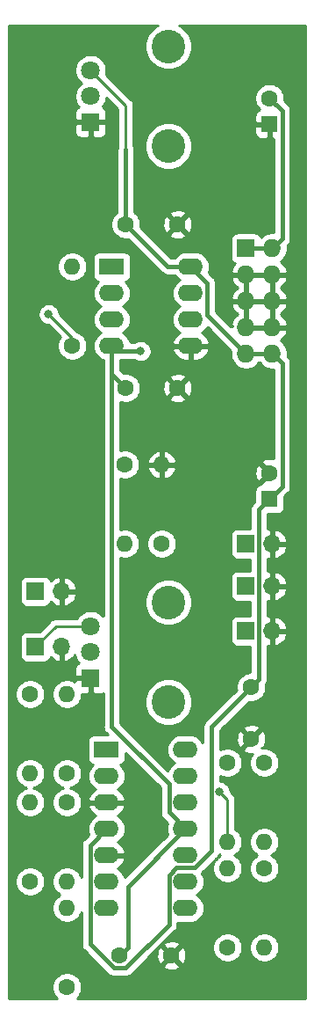
<source format=gbr>
%TF.GenerationSoftware,KiCad,Pcbnew,(5.1.9)-1*%
%TF.CreationDate,2021-09-28T21:18:44+01:00*%
%TF.ProjectId,KosmicSuperspreader,4b6f736d-6963-4537-9570-657273707265,rev?*%
%TF.SameCoordinates,Original*%
%TF.FileFunction,Copper,L1,Top*%
%TF.FilePolarity,Positive*%
%FSLAX46Y46*%
G04 Gerber Fmt 4.6, Leading zero omitted, Abs format (unit mm)*
G04 Created by KiCad (PCBNEW (5.1.9)-1) date 2021-09-28 21:18:44*
%MOMM*%
%LPD*%
G01*
G04 APERTURE LIST*
%TA.AperFunction,ComponentPad*%
%ADD10O,2.400000X1.600000*%
%TD*%
%TA.AperFunction,ComponentPad*%
%ADD11R,2.400000X1.600000*%
%TD*%
%TA.AperFunction,ComponentPad*%
%ADD12C,3.240000*%
%TD*%
%TA.AperFunction,ComponentPad*%
%ADD13C,1.800000*%
%TD*%
%TA.AperFunction,ComponentPad*%
%ADD14R,1.800000X1.800000*%
%TD*%
%TA.AperFunction,ComponentPad*%
%ADD15O,1.600000X1.600000*%
%TD*%
%TA.AperFunction,ComponentPad*%
%ADD16C,1.600000*%
%TD*%
%TA.AperFunction,ComponentPad*%
%ADD17R,1.727200X1.727200*%
%TD*%
%TA.AperFunction,ComponentPad*%
%ADD18O,1.727200X1.727200*%
%TD*%
%TA.AperFunction,ComponentPad*%
%ADD19O,1.700000X1.700000*%
%TD*%
%TA.AperFunction,ComponentPad*%
%ADD20R,1.700000X1.700000*%
%TD*%
%TA.AperFunction,ComponentPad*%
%ADD21R,1.600000X1.600000*%
%TD*%
%TA.AperFunction,ViaPad*%
%ADD22C,0.800000*%
%TD*%
%TA.AperFunction,Conductor*%
%ADD23C,0.400000*%
%TD*%
%TA.AperFunction,Conductor*%
%ADD24C,0.250000*%
%TD*%
%TA.AperFunction,Conductor*%
%ADD25C,0.254000*%
%TD*%
%TA.AperFunction,Conductor*%
%ADD26C,0.100000*%
%TD*%
G04 APERTURE END LIST*
D10*
%TO.P,U2,14*%
%TO.N,OUTMINUS*%
X157734000Y-135382000D03*
%TO.P,U2,7*%
%TO.N,Net-(R10-Pad1)*%
X150114000Y-150622000D03*
%TO.P,U2,13*%
%TO.N,Net-(R7-Pad1)*%
X157734000Y-137922000D03*
%TO.P,U2,6*%
%TO.N,Net-(R10-Pad2)*%
X150114000Y-148082000D03*
%TO.P,U2,12*%
%TO.N,Net-(R6-Pad1)*%
X157734000Y-140462000D03*
%TO.P,U2,5*%
%TO.N,GND*%
X150114000Y-145542000D03*
%TO.P,U2,11*%
%TO.N,-12V*%
X157734000Y-143002000D03*
%TO.P,U2,4*%
%TO.N,+12V*%
X150114000Y-143002000D03*
%TO.P,U2,10*%
%TO.N,GND*%
X157734000Y-145542000D03*
%TO.P,U2,3*%
X150114000Y-140462000D03*
%TO.P,U2,9*%
%TO.N,Net-(R11-Pad1)*%
X157734000Y-148082000D03*
%TO.P,U2,2*%
%TO.N,Net-(R1-Pad1)*%
X150114000Y-137922000D03*
%TO.P,U2,8*%
%TO.N,OUTPLUS*%
X157734000Y-150622000D03*
D11*
%TO.P,U2,1*%
%TO.N,Net-(R3-Pad1)*%
X150114000Y-135382000D03*
%TD*%
D10*
%TO.P,U1,8*%
%TO.N,+12V*%
X158242000Y-88900000D03*
%TO.P,U1,4*%
%TO.N,-12V*%
X150622000Y-96520000D03*
%TO.P,U1,7*%
%TO.N,Net-(U1-Pad6)*%
X158242000Y-91440000D03*
%TO.P,U1,3*%
%TO.N,INPUT*%
X150622000Y-93980000D03*
%TO.P,U1,6*%
%TO.N,Net-(U1-Pad6)*%
X158242000Y-93980000D03*
%TO.P,U1,2*%
%TO.N,OUTPUT*%
X150622000Y-91440000D03*
%TO.P,U1,5*%
%TO.N,GND*%
X158242000Y-96520000D03*
D11*
%TO.P,U1,1*%
%TO.N,OUTPUT*%
X150622000Y-88900000D03*
%TD*%
D12*
%TO.P,RV2,*%
%TO.N,*%
X156083000Y-77291000D03*
X156083000Y-67691000D03*
D13*
%TO.P,RV2,3*%
%TO.N,+12V*%
X148583000Y-69991000D03*
%TO.P,RV2,2*%
%TO.N,Net-(R2-Pad2)*%
X148583000Y-72491000D03*
D14*
%TO.P,RV2,1*%
%TO.N,GND*%
X148583000Y-74991000D03*
%TD*%
D12*
%TO.P,RV1,*%
%TO.N,*%
X156090000Y-130810000D03*
X156090000Y-121210000D03*
D13*
%TO.P,RV1,3*%
%TO.N,SPREAD*%
X148590000Y-123510000D03*
%TO.P,RV1,2*%
%TO.N,Net-(R1-Pad2)*%
X148590000Y-126010000D03*
D14*
%TO.P,RV1,1*%
%TO.N,GND*%
X148590000Y-128510000D03*
%TD*%
D15*
%TO.P,R12,2*%
%TO.N,Net-(R11-Pad1)*%
X161798000Y-146812000D03*
D16*
%TO.P,R12,1*%
%TO.N,OUTPLUS*%
X161798000Y-154432000D03*
%TD*%
D15*
%TO.P,R11,2*%
%TO.N,Net-(R10-Pad1)*%
X165354000Y-154432000D03*
D16*
%TO.P,R11,1*%
%TO.N,Net-(R11-Pad1)*%
X165354000Y-146812000D03*
%TD*%
D15*
%TO.P,R10,2*%
%TO.N,Net-(R10-Pad2)*%
X146304000Y-150622000D03*
D16*
%TO.P,R10,1*%
%TO.N,Net-(R10-Pad1)*%
X146304000Y-158242000D03*
%TD*%
D15*
%TO.P,R9,2*%
%TO.N,Net-(R7-Pad1)*%
X151892000Y-115570000D03*
D16*
%TO.P,R9,1*%
%TO.N,OUTMINUS*%
X151892000Y-107950000D03*
%TD*%
D15*
%TO.P,R8,2*%
%TO.N,GND*%
X155448000Y-107950000D03*
D16*
%TO.P,R8,1*%
%TO.N,Net-(R6-Pad1)*%
X155448000Y-115570000D03*
%TD*%
D15*
%TO.P,R7,2*%
%TO.N,Net-(R3-Pad1)*%
X146304000Y-148082000D03*
D16*
%TO.P,R7,1*%
%TO.N,Net-(R7-Pad1)*%
X146304000Y-140462000D03*
%TD*%
D15*
%TO.P,R6,2*%
%TO.N,INPUT*%
X161798000Y-144272000D03*
D16*
%TO.P,R6,1*%
%TO.N,Net-(R6-Pad1)*%
X161798000Y-136652000D03*
%TD*%
D15*
%TO.P,R5,2*%
%TO.N,INPUT*%
X165354000Y-144272000D03*
D16*
%TO.P,R5,1*%
%TO.N,Net-(R10-Pad2)*%
X165354000Y-136652000D03*
%TD*%
D15*
%TO.P,R4,2*%
%TO.N,Net-(R3-Pad1)*%
X142748000Y-140462000D03*
D16*
%TO.P,R4,1*%
%TO.N,Net-(R10-Pad2)*%
X142748000Y-148082000D03*
%TD*%
D15*
%TO.P,R3,2*%
%TO.N,Net-(R1-Pad1)*%
X142748000Y-137668000D03*
D16*
%TO.P,R3,1*%
%TO.N,Net-(R3-Pad1)*%
X142748000Y-130048000D03*
%TD*%
D15*
%TO.P,R2,2*%
%TO.N,Net-(R2-Pad2)*%
X146812000Y-88900000D03*
D16*
%TO.P,R2,1*%
%TO.N,Net-(R1-Pad1)*%
X146812000Y-96520000D03*
%TD*%
D15*
%TO.P,R1,2*%
%TO.N,Net-(R1-Pad2)*%
X146304000Y-130048000D03*
D16*
%TO.P,R1,1*%
%TO.N,Net-(R1-Pad1)*%
X146304000Y-137668000D03*
%TD*%
D17*
%TO.P,J6,1*%
%TO.N,-12V*%
X163576000Y-87122000D03*
D18*
%TO.P,J6,2*%
X166116000Y-87122000D03*
%TO.P,J6,3*%
%TO.N,GND*%
X163576000Y-89662000D03*
%TO.P,J6,4*%
X166116000Y-89662000D03*
%TO.P,J6,5*%
X163576000Y-92202000D03*
%TO.P,J6,6*%
X166116000Y-92202000D03*
%TO.P,J6,7*%
X163576000Y-94742000D03*
%TO.P,J6,8*%
X166116000Y-94742000D03*
%TO.P,J6,9*%
%TO.N,+12V*%
X163576000Y-97282000D03*
%TO.P,J6,10*%
X166116000Y-97282000D03*
%TD*%
D19*
%TO.P,J5,2*%
%TO.N,GND*%
X145796000Y-120142000D03*
D20*
%TO.P,J5,1*%
%TO.N,OUTPUT*%
X143256000Y-120142000D03*
%TD*%
D19*
%TO.P,J4,2*%
%TO.N,GND*%
X166116000Y-119634000D03*
D20*
%TO.P,J4,1*%
%TO.N,OUTPLUS*%
X163576000Y-119634000D03*
%TD*%
D19*
%TO.P,J3,2*%
%TO.N,GND*%
X166116000Y-115570000D03*
D20*
%TO.P,J3,1*%
%TO.N,OUTMINUS*%
X163576000Y-115570000D03*
%TD*%
D19*
%TO.P,J2,2*%
%TO.N,GND*%
X145796000Y-125476000D03*
D20*
%TO.P,J2,1*%
%TO.N,SPREAD*%
X143256000Y-125476000D03*
%TD*%
D19*
%TO.P,J1,2*%
%TO.N,GND*%
X166116000Y-123952000D03*
D20*
%TO.P,J1,1*%
%TO.N,INPUT*%
X163576000Y-123952000D03*
%TD*%
D16*
%TO.P,C6,2*%
%TO.N,GND*%
X156384000Y-155194000D03*
%TO.P,C6,1*%
%TO.N,-12V*%
X151384000Y-155194000D03*
%TD*%
%TO.P,C5,2*%
%TO.N,GND*%
X164084000Y-134366000D03*
%TO.P,C5,1*%
%TO.N,+12V*%
X164084000Y-129366000D03*
%TD*%
%TO.P,C4,2*%
%TO.N,GND*%
X156972000Y-100584000D03*
%TO.P,C4,1*%
%TO.N,-12V*%
X151972000Y-100584000D03*
%TD*%
%TO.P,C3,2*%
%TO.N,GND*%
X156972000Y-84836000D03*
%TO.P,C3,1*%
%TO.N,+12V*%
X151972000Y-84836000D03*
%TD*%
%TO.P,C2,2*%
%TO.N,-12V*%
X165862000Y-72684000D03*
D21*
%TO.P,C2,1*%
%TO.N,GND*%
X165862000Y-75184000D03*
%TD*%
D16*
%TO.P,C1,2*%
%TO.N,GND*%
X165862000Y-108752000D03*
D21*
%TO.P,C1,1*%
%TO.N,+12V*%
X165862000Y-111252000D03*
%TD*%
D22*
%TO.N,-12V*%
X153416000Y-97028000D03*
%TO.N,INPUT*%
X161036000Y-139446000D03*
%TO.N,Net-(R1-Pad1)*%
X144526000Y-93472000D03*
%TD*%
D23*
%TO.N,+12V*%
X166116000Y-97282000D02*
X163576000Y-97282000D01*
X159842010Y-90500010D02*
X158242000Y-88900000D01*
X159842010Y-93548010D02*
X159842010Y-90500010D01*
X163576000Y-97282000D02*
X159842010Y-93548010D01*
X156036000Y-88900000D02*
X151972000Y-84836000D01*
X158242000Y-88900000D02*
X156036000Y-88900000D01*
X151972000Y-84836000D02*
X151972000Y-77670000D01*
X167062001Y-110051999D02*
X165862000Y-111252000D01*
X167062001Y-98228001D02*
X167062001Y-110051999D01*
X166116000Y-97282000D02*
X167062001Y-98228001D01*
X158631060Y-146742010D02*
X160235999Y-145137071D01*
X160235999Y-133214001D02*
X164084000Y-129366000D01*
X156836940Y-146742010D02*
X158631060Y-146742010D01*
X156133990Y-147444960D02*
X156836940Y-146742010D01*
X160235999Y-145137071D02*
X160235999Y-133214001D01*
X156133990Y-152220012D02*
X156133990Y-147444960D01*
X151960001Y-156394001D02*
X156133990Y-152220012D01*
X150807999Y-156394001D02*
X151960001Y-156394001D01*
X148513990Y-154099992D02*
X150807999Y-156394001D01*
X148513990Y-144602010D02*
X148513990Y-154099992D01*
X150114000Y-143002000D02*
X148513990Y-144602010D01*
X164826001Y-112287999D02*
X165862000Y-111252000D01*
X164826001Y-128623999D02*
X164826001Y-112287999D01*
X164084000Y-129366000D02*
X164826001Y-128623999D01*
D24*
X151972000Y-73380000D02*
X148583000Y-69991000D01*
X151972000Y-77670000D02*
X151972000Y-73380000D01*
D23*
%TO.N,-12V*%
X166116000Y-87122000D02*
X163576000Y-87122000D01*
X167062001Y-73884001D02*
X165862000Y-72684000D01*
X167062001Y-86175999D02*
X167062001Y-73884001D01*
X166116000Y-87122000D02*
X167062001Y-86175999D01*
X151130000Y-97028000D02*
X150622000Y-96520000D01*
X153416000Y-97028000D02*
X151130000Y-97028000D01*
X156133990Y-141401990D02*
X157734000Y-143002000D01*
X156133990Y-138681988D02*
X156133990Y-141401990D01*
X150622000Y-133169998D02*
X156133990Y-138681988D01*
X150622000Y-96520000D02*
X150622000Y-133169998D01*
X152183999Y-148552001D02*
X157734000Y-143002000D01*
X152183999Y-154394001D02*
X152183999Y-148552001D01*
X151384000Y-155194000D02*
X152183999Y-154394001D01*
X150622000Y-99234000D02*
X151972000Y-100584000D01*
X150622000Y-96520000D02*
X150622000Y-99234000D01*
D24*
%TO.N,INPUT*%
X161798000Y-140208000D02*
X161798000Y-144272000D01*
X161036000Y-139446000D02*
X161798000Y-140208000D01*
%TO.N,SPREAD*%
X145222000Y-123510000D02*
X143256000Y-125476000D01*
X148590000Y-123510000D02*
X145222000Y-123510000D01*
%TO.N,Net-(R1-Pad1)*%
X146812000Y-95758000D02*
X146812000Y-96520000D01*
X144526000Y-93472000D02*
X146812000Y-95758000D01*
%TD*%
D25*
%TO.N,GND*%
X155014857Y-65692645D02*
X154645521Y-65939427D01*
X154331427Y-66253521D01*
X154084645Y-66622857D01*
X153914658Y-67033241D01*
X153828000Y-67468902D01*
X153828000Y-67913098D01*
X153914658Y-68348759D01*
X154084645Y-68759143D01*
X154331427Y-69128479D01*
X154645521Y-69442573D01*
X155014857Y-69689355D01*
X155425241Y-69859342D01*
X155860902Y-69946000D01*
X156305098Y-69946000D01*
X156740759Y-69859342D01*
X157151143Y-69689355D01*
X157520479Y-69442573D01*
X157834573Y-69128479D01*
X158081355Y-68759143D01*
X158251342Y-68348759D01*
X158338000Y-67913098D01*
X158338000Y-67468902D01*
X158251342Y-67033241D01*
X158081355Y-66622857D01*
X157834573Y-66253521D01*
X157520479Y-65939427D01*
X157151143Y-65692645D01*
X157132686Y-65685000D01*
X169315000Y-65685000D01*
X169315001Y-159315000D01*
X147260396Y-159315000D01*
X147418637Y-159156759D01*
X147575680Y-158921727D01*
X147683853Y-158660574D01*
X147739000Y-158383335D01*
X147739000Y-158100665D01*
X147683853Y-157823426D01*
X147575680Y-157562273D01*
X147418637Y-157327241D01*
X147218759Y-157127363D01*
X146983727Y-156970320D01*
X146722574Y-156862147D01*
X146445335Y-156807000D01*
X146162665Y-156807000D01*
X145885426Y-156862147D01*
X145624273Y-156970320D01*
X145389241Y-157127363D01*
X145189363Y-157327241D01*
X145032320Y-157562273D01*
X144924147Y-157823426D01*
X144869000Y-158100665D01*
X144869000Y-158383335D01*
X144924147Y-158660574D01*
X145032320Y-158921727D01*
X145189363Y-159156759D01*
X145347604Y-159315000D01*
X140685000Y-159315000D01*
X140685000Y-147940665D01*
X141313000Y-147940665D01*
X141313000Y-148223335D01*
X141368147Y-148500574D01*
X141476320Y-148761727D01*
X141633363Y-148996759D01*
X141833241Y-149196637D01*
X142068273Y-149353680D01*
X142329426Y-149461853D01*
X142606665Y-149517000D01*
X142889335Y-149517000D01*
X143166574Y-149461853D01*
X143427727Y-149353680D01*
X143662759Y-149196637D01*
X143862637Y-148996759D01*
X144019680Y-148761727D01*
X144127853Y-148500574D01*
X144183000Y-148223335D01*
X144183000Y-147940665D01*
X144127853Y-147663426D01*
X144019680Y-147402273D01*
X143862637Y-147167241D01*
X143662759Y-146967363D01*
X143427727Y-146810320D01*
X143166574Y-146702147D01*
X142889335Y-146647000D01*
X142606665Y-146647000D01*
X142329426Y-146702147D01*
X142068273Y-146810320D01*
X141833241Y-146967363D01*
X141633363Y-147167241D01*
X141476320Y-147402273D01*
X141368147Y-147663426D01*
X141313000Y-147940665D01*
X140685000Y-147940665D01*
X140685000Y-137526665D01*
X141313000Y-137526665D01*
X141313000Y-137809335D01*
X141368147Y-138086574D01*
X141476320Y-138347727D01*
X141633363Y-138582759D01*
X141833241Y-138782637D01*
X142068273Y-138939680D01*
X142329426Y-139047853D01*
X142415629Y-139065000D01*
X142329426Y-139082147D01*
X142068273Y-139190320D01*
X141833241Y-139347363D01*
X141633363Y-139547241D01*
X141476320Y-139782273D01*
X141368147Y-140043426D01*
X141313000Y-140320665D01*
X141313000Y-140603335D01*
X141368147Y-140880574D01*
X141476320Y-141141727D01*
X141633363Y-141376759D01*
X141833241Y-141576637D01*
X142068273Y-141733680D01*
X142329426Y-141841853D01*
X142606665Y-141897000D01*
X142889335Y-141897000D01*
X143166574Y-141841853D01*
X143427727Y-141733680D01*
X143662759Y-141576637D01*
X143862637Y-141376759D01*
X144019680Y-141141727D01*
X144127853Y-140880574D01*
X144183000Y-140603335D01*
X144183000Y-140320665D01*
X144127853Y-140043426D01*
X144019680Y-139782273D01*
X143862637Y-139547241D01*
X143662759Y-139347363D01*
X143427727Y-139190320D01*
X143166574Y-139082147D01*
X143080371Y-139065000D01*
X143166574Y-139047853D01*
X143427727Y-138939680D01*
X143662759Y-138782637D01*
X143862637Y-138582759D01*
X144019680Y-138347727D01*
X144127853Y-138086574D01*
X144183000Y-137809335D01*
X144183000Y-137526665D01*
X144869000Y-137526665D01*
X144869000Y-137809335D01*
X144924147Y-138086574D01*
X145032320Y-138347727D01*
X145189363Y-138582759D01*
X145389241Y-138782637D01*
X145624273Y-138939680D01*
X145885426Y-139047853D01*
X145971629Y-139065000D01*
X145885426Y-139082147D01*
X145624273Y-139190320D01*
X145389241Y-139347363D01*
X145189363Y-139547241D01*
X145032320Y-139782273D01*
X144924147Y-140043426D01*
X144869000Y-140320665D01*
X144869000Y-140603335D01*
X144924147Y-140880574D01*
X145032320Y-141141727D01*
X145189363Y-141376759D01*
X145389241Y-141576637D01*
X145624273Y-141733680D01*
X145885426Y-141841853D01*
X146162665Y-141897000D01*
X146445335Y-141897000D01*
X146722574Y-141841853D01*
X146983727Y-141733680D01*
X147218759Y-141576637D01*
X147418637Y-141376759D01*
X147575680Y-141141727D01*
X147683853Y-140880574D01*
X147739000Y-140603335D01*
X147739000Y-140320665D01*
X147683853Y-140043426D01*
X147575680Y-139782273D01*
X147418637Y-139547241D01*
X147218759Y-139347363D01*
X146983727Y-139190320D01*
X146722574Y-139082147D01*
X146636371Y-139065000D01*
X146722574Y-139047853D01*
X146983727Y-138939680D01*
X147218759Y-138782637D01*
X147418637Y-138582759D01*
X147575680Y-138347727D01*
X147683853Y-138086574D01*
X147739000Y-137809335D01*
X147739000Y-137526665D01*
X147683853Y-137249426D01*
X147575680Y-136988273D01*
X147418637Y-136753241D01*
X147218759Y-136553363D01*
X146983727Y-136396320D01*
X146722574Y-136288147D01*
X146445335Y-136233000D01*
X146162665Y-136233000D01*
X145885426Y-136288147D01*
X145624273Y-136396320D01*
X145389241Y-136553363D01*
X145189363Y-136753241D01*
X145032320Y-136988273D01*
X144924147Y-137249426D01*
X144869000Y-137526665D01*
X144183000Y-137526665D01*
X144127853Y-137249426D01*
X144019680Y-136988273D01*
X143862637Y-136753241D01*
X143662759Y-136553363D01*
X143427727Y-136396320D01*
X143166574Y-136288147D01*
X142889335Y-136233000D01*
X142606665Y-136233000D01*
X142329426Y-136288147D01*
X142068273Y-136396320D01*
X141833241Y-136553363D01*
X141633363Y-136753241D01*
X141476320Y-136988273D01*
X141368147Y-137249426D01*
X141313000Y-137526665D01*
X140685000Y-137526665D01*
X140685000Y-129906665D01*
X141313000Y-129906665D01*
X141313000Y-130189335D01*
X141368147Y-130466574D01*
X141476320Y-130727727D01*
X141633363Y-130962759D01*
X141833241Y-131162637D01*
X142068273Y-131319680D01*
X142329426Y-131427853D01*
X142606665Y-131483000D01*
X142889335Y-131483000D01*
X143166574Y-131427853D01*
X143427727Y-131319680D01*
X143662759Y-131162637D01*
X143862637Y-130962759D01*
X144019680Y-130727727D01*
X144127853Y-130466574D01*
X144183000Y-130189335D01*
X144183000Y-129906665D01*
X144869000Y-129906665D01*
X144869000Y-130189335D01*
X144924147Y-130466574D01*
X145032320Y-130727727D01*
X145189363Y-130962759D01*
X145389241Y-131162637D01*
X145624273Y-131319680D01*
X145885426Y-131427853D01*
X146162665Y-131483000D01*
X146445335Y-131483000D01*
X146722574Y-131427853D01*
X146983727Y-131319680D01*
X147218759Y-131162637D01*
X147418637Y-130962759D01*
X147575680Y-130727727D01*
X147683853Y-130466574D01*
X147739000Y-130189335D01*
X147739000Y-130047827D01*
X148304250Y-130045000D01*
X148463000Y-129886250D01*
X148463000Y-128637000D01*
X147213750Y-128637000D01*
X147055000Y-128795750D01*
X147054859Y-128823849D01*
X146983727Y-128776320D01*
X146722574Y-128668147D01*
X146445335Y-128613000D01*
X146162665Y-128613000D01*
X145885426Y-128668147D01*
X145624273Y-128776320D01*
X145389241Y-128933363D01*
X145189363Y-129133241D01*
X145032320Y-129368273D01*
X144924147Y-129629426D01*
X144869000Y-129906665D01*
X144183000Y-129906665D01*
X144127853Y-129629426D01*
X144019680Y-129368273D01*
X143862637Y-129133241D01*
X143662759Y-128933363D01*
X143427727Y-128776320D01*
X143166574Y-128668147D01*
X142889335Y-128613000D01*
X142606665Y-128613000D01*
X142329426Y-128668147D01*
X142068273Y-128776320D01*
X141833241Y-128933363D01*
X141633363Y-129133241D01*
X141476320Y-129368273D01*
X141368147Y-129629426D01*
X141313000Y-129906665D01*
X140685000Y-129906665D01*
X140685000Y-124626000D01*
X141767928Y-124626000D01*
X141767928Y-126326000D01*
X141780188Y-126450482D01*
X141816498Y-126570180D01*
X141875463Y-126680494D01*
X141954815Y-126777185D01*
X142051506Y-126856537D01*
X142161820Y-126915502D01*
X142281518Y-126951812D01*
X142406000Y-126964072D01*
X144106000Y-126964072D01*
X144230482Y-126951812D01*
X144350180Y-126915502D01*
X144460494Y-126856537D01*
X144557185Y-126777185D01*
X144636537Y-126680494D01*
X144695502Y-126570180D01*
X144719966Y-126489534D01*
X144795731Y-126573588D01*
X145029080Y-126747641D01*
X145291901Y-126872825D01*
X145439110Y-126917476D01*
X145669000Y-126796155D01*
X145669000Y-125603000D01*
X145649000Y-125603000D01*
X145649000Y-125349000D01*
X145669000Y-125349000D01*
X145669000Y-125329000D01*
X145923000Y-125329000D01*
X145923000Y-125349000D01*
X145943000Y-125349000D01*
X145943000Y-125603000D01*
X145923000Y-125603000D01*
X145923000Y-126796155D01*
X146152890Y-126917476D01*
X146300099Y-126872825D01*
X146562920Y-126747641D01*
X146796269Y-126573588D01*
X146991178Y-126357355D01*
X147068276Y-126227925D01*
X147113989Y-126457743D01*
X147229701Y-126737095D01*
X147397688Y-126988505D01*
X147435303Y-127026120D01*
X147335506Y-127079463D01*
X147238815Y-127158815D01*
X147159463Y-127255506D01*
X147100498Y-127365820D01*
X147064188Y-127485518D01*
X147051928Y-127610000D01*
X147055000Y-128224250D01*
X147213750Y-128383000D01*
X148463000Y-128383000D01*
X148463000Y-128363000D01*
X148717000Y-128363000D01*
X148717000Y-128383000D01*
X148737000Y-128383000D01*
X148737000Y-128637000D01*
X148717000Y-128637000D01*
X148717000Y-129886250D01*
X148875750Y-130045000D01*
X149490000Y-130048072D01*
X149614482Y-130035812D01*
X149734180Y-129999502D01*
X149787001Y-129971268D01*
X149787001Y-133128969D01*
X149782960Y-133169998D01*
X149799082Y-133333686D01*
X149846828Y-133491084D01*
X149924364Y-133636143D01*
X149924365Y-133636144D01*
X150028710Y-133763289D01*
X150060574Y-133789439D01*
X150215063Y-133943928D01*
X148914000Y-133943928D01*
X148789518Y-133956188D01*
X148669820Y-133992498D01*
X148559506Y-134051463D01*
X148462815Y-134130815D01*
X148383463Y-134227506D01*
X148324498Y-134337820D01*
X148288188Y-134457518D01*
X148275928Y-134582000D01*
X148275928Y-136182000D01*
X148288188Y-136306482D01*
X148324498Y-136426180D01*
X148383463Y-136536494D01*
X148462815Y-136633185D01*
X148559506Y-136712537D01*
X148669820Y-136771502D01*
X148789518Y-136807812D01*
X148807482Y-136809581D01*
X148694392Y-136902392D01*
X148515068Y-137120899D01*
X148381818Y-137370192D01*
X148299764Y-137640691D01*
X148272057Y-137922000D01*
X148299764Y-138203309D01*
X148381818Y-138473808D01*
X148515068Y-138723101D01*
X148694392Y-138941608D01*
X148912899Y-139120932D01*
X149040741Y-139189265D01*
X148811161Y-139339399D01*
X148609500Y-139537105D01*
X148450285Y-139770354D01*
X148339633Y-140030182D01*
X148322096Y-140112961D01*
X148444085Y-140335000D01*
X149987000Y-140335000D01*
X149987000Y-140315000D01*
X150241000Y-140315000D01*
X150241000Y-140335000D01*
X151783915Y-140335000D01*
X151905904Y-140112961D01*
X151888367Y-140030182D01*
X151777715Y-139770354D01*
X151618500Y-139537105D01*
X151416839Y-139339399D01*
X151187259Y-139189265D01*
X151315101Y-139120932D01*
X151533608Y-138941608D01*
X151712932Y-138723101D01*
X151846182Y-138473808D01*
X151928236Y-138203309D01*
X151955943Y-137922000D01*
X151928236Y-137640691D01*
X151846182Y-137370192D01*
X151712932Y-137120899D01*
X151533608Y-136902392D01*
X151420518Y-136809581D01*
X151438482Y-136807812D01*
X151558180Y-136771502D01*
X151668494Y-136712537D01*
X151765185Y-136633185D01*
X151844537Y-136536494D01*
X151903502Y-136426180D01*
X151939812Y-136306482D01*
X151952072Y-136182000D01*
X151952072Y-135680937D01*
X155298990Y-139027856D01*
X155298991Y-141360962D01*
X155294950Y-141401990D01*
X155311072Y-141565678D01*
X155358818Y-141723076D01*
X155401575Y-141803068D01*
X155436355Y-141868136D01*
X155540700Y-141995281D01*
X155572564Y-142021431D01*
X156001703Y-142450571D01*
X155919764Y-142720691D01*
X155892057Y-143002000D01*
X155919764Y-143283309D01*
X156001703Y-143553429D01*
X151887787Y-147667346D01*
X151846182Y-147530192D01*
X151712932Y-147280899D01*
X151533608Y-147062392D01*
X151315101Y-146883068D01*
X151187259Y-146814735D01*
X151416839Y-146664601D01*
X151618500Y-146466895D01*
X151777715Y-146233646D01*
X151888367Y-145973818D01*
X151905904Y-145891039D01*
X151783915Y-145669000D01*
X150241000Y-145669000D01*
X150241000Y-145689000D01*
X149987000Y-145689000D01*
X149987000Y-145669000D01*
X149967000Y-145669000D01*
X149967000Y-145415000D01*
X149987000Y-145415000D01*
X149987000Y-145395000D01*
X150241000Y-145395000D01*
X150241000Y-145415000D01*
X151783915Y-145415000D01*
X151905904Y-145192961D01*
X151888367Y-145110182D01*
X151777715Y-144850354D01*
X151618500Y-144617105D01*
X151416839Y-144419399D01*
X151187259Y-144269265D01*
X151315101Y-144200932D01*
X151533608Y-144021608D01*
X151712932Y-143803101D01*
X151846182Y-143553808D01*
X151928236Y-143283309D01*
X151955943Y-143002000D01*
X151928236Y-142720691D01*
X151846182Y-142450192D01*
X151712932Y-142200899D01*
X151533608Y-141982392D01*
X151315101Y-141803068D01*
X151187259Y-141734735D01*
X151416839Y-141584601D01*
X151618500Y-141386895D01*
X151777715Y-141153646D01*
X151888367Y-140893818D01*
X151905904Y-140811039D01*
X151783915Y-140589000D01*
X150241000Y-140589000D01*
X150241000Y-140609000D01*
X149987000Y-140609000D01*
X149987000Y-140589000D01*
X148444085Y-140589000D01*
X148322096Y-140811039D01*
X148339633Y-140893818D01*
X148450285Y-141153646D01*
X148609500Y-141386895D01*
X148811161Y-141584601D01*
X149040741Y-141734735D01*
X148912899Y-141803068D01*
X148694392Y-141982392D01*
X148515068Y-142200899D01*
X148381818Y-142450192D01*
X148299764Y-142720691D01*
X148272057Y-143002000D01*
X148299764Y-143283309D01*
X148381703Y-143553429D01*
X147952569Y-143982564D01*
X147920699Y-144008719D01*
X147816355Y-144135864D01*
X147816354Y-144135865D01*
X147738818Y-144280924D01*
X147691072Y-144438322D01*
X147674950Y-144602010D01*
X147678990Y-144643029D01*
X147678990Y-147651686D01*
X147575680Y-147402273D01*
X147418637Y-147167241D01*
X147218759Y-146967363D01*
X146983727Y-146810320D01*
X146722574Y-146702147D01*
X146445335Y-146647000D01*
X146162665Y-146647000D01*
X145885426Y-146702147D01*
X145624273Y-146810320D01*
X145389241Y-146967363D01*
X145189363Y-147167241D01*
X145032320Y-147402273D01*
X144924147Y-147663426D01*
X144869000Y-147940665D01*
X144869000Y-148223335D01*
X144924147Y-148500574D01*
X145032320Y-148761727D01*
X145189363Y-148996759D01*
X145389241Y-149196637D01*
X145621759Y-149352000D01*
X145389241Y-149507363D01*
X145189363Y-149707241D01*
X145032320Y-149942273D01*
X144924147Y-150203426D01*
X144869000Y-150480665D01*
X144869000Y-150763335D01*
X144924147Y-151040574D01*
X145032320Y-151301727D01*
X145189363Y-151536759D01*
X145389241Y-151736637D01*
X145624273Y-151893680D01*
X145885426Y-152001853D01*
X146162665Y-152057000D01*
X146445335Y-152057000D01*
X146722574Y-152001853D01*
X146983727Y-151893680D01*
X147218759Y-151736637D01*
X147418637Y-151536759D01*
X147575680Y-151301727D01*
X147678991Y-151052313D01*
X147678991Y-154058963D01*
X147674950Y-154099992D01*
X147691072Y-154263680D01*
X147738818Y-154421078D01*
X147811839Y-154557690D01*
X147816355Y-154566138D01*
X147920700Y-154693283D01*
X147952564Y-154719433D01*
X150188562Y-156955433D01*
X150214708Y-156987292D01*
X150341853Y-157091637D01*
X150486912Y-157169173D01*
X150644310Y-157216919D01*
X150766980Y-157229001D01*
X150766981Y-157229001D01*
X150807999Y-157233041D01*
X150849017Y-157229001D01*
X151918983Y-157229001D01*
X151960001Y-157233041D01*
X152001019Y-157229001D01*
X152001020Y-157229001D01*
X152123690Y-157216919D01*
X152281088Y-157169173D01*
X152426147Y-157091637D01*
X152553292Y-156987292D01*
X152579447Y-156955422D01*
X153348167Y-156186702D01*
X155570903Y-156186702D01*
X155642486Y-156430671D01*
X155897996Y-156551571D01*
X156172184Y-156620300D01*
X156454512Y-156634217D01*
X156734130Y-156592787D01*
X157000292Y-156497603D01*
X157125514Y-156430671D01*
X157197097Y-156186702D01*
X156384000Y-155373605D01*
X155570903Y-156186702D01*
X153348167Y-156186702D01*
X154270357Y-155264512D01*
X154943783Y-155264512D01*
X154985213Y-155544130D01*
X155080397Y-155810292D01*
X155147329Y-155935514D01*
X155391298Y-156007097D01*
X156204395Y-155194000D01*
X156563605Y-155194000D01*
X157376702Y-156007097D01*
X157620671Y-155935514D01*
X157741571Y-155680004D01*
X157810300Y-155405816D01*
X157824217Y-155123488D01*
X157782787Y-154843870D01*
X157687603Y-154577708D01*
X157620671Y-154452486D01*
X157376702Y-154380903D01*
X156563605Y-155194000D01*
X156204395Y-155194000D01*
X155391298Y-154380903D01*
X155147329Y-154452486D01*
X155026429Y-154707996D01*
X154957700Y-154982184D01*
X154943783Y-155264512D01*
X154270357Y-155264512D01*
X155333571Y-154201298D01*
X155570903Y-154201298D01*
X156384000Y-155014395D01*
X157107730Y-154290665D01*
X160363000Y-154290665D01*
X160363000Y-154573335D01*
X160418147Y-154850574D01*
X160526320Y-155111727D01*
X160683363Y-155346759D01*
X160883241Y-155546637D01*
X161118273Y-155703680D01*
X161379426Y-155811853D01*
X161656665Y-155867000D01*
X161939335Y-155867000D01*
X162216574Y-155811853D01*
X162477727Y-155703680D01*
X162712759Y-155546637D01*
X162912637Y-155346759D01*
X163069680Y-155111727D01*
X163177853Y-154850574D01*
X163233000Y-154573335D01*
X163233000Y-154290665D01*
X163919000Y-154290665D01*
X163919000Y-154573335D01*
X163974147Y-154850574D01*
X164082320Y-155111727D01*
X164239363Y-155346759D01*
X164439241Y-155546637D01*
X164674273Y-155703680D01*
X164935426Y-155811853D01*
X165212665Y-155867000D01*
X165495335Y-155867000D01*
X165772574Y-155811853D01*
X166033727Y-155703680D01*
X166268759Y-155546637D01*
X166468637Y-155346759D01*
X166625680Y-155111727D01*
X166733853Y-154850574D01*
X166789000Y-154573335D01*
X166789000Y-154290665D01*
X166733853Y-154013426D01*
X166625680Y-153752273D01*
X166468637Y-153517241D01*
X166268759Y-153317363D01*
X166033727Y-153160320D01*
X165772574Y-153052147D01*
X165495335Y-152997000D01*
X165212665Y-152997000D01*
X164935426Y-153052147D01*
X164674273Y-153160320D01*
X164439241Y-153317363D01*
X164239363Y-153517241D01*
X164082320Y-153752273D01*
X163974147Y-154013426D01*
X163919000Y-154290665D01*
X163233000Y-154290665D01*
X163177853Y-154013426D01*
X163069680Y-153752273D01*
X162912637Y-153517241D01*
X162712759Y-153317363D01*
X162477727Y-153160320D01*
X162216574Y-153052147D01*
X161939335Y-152997000D01*
X161656665Y-152997000D01*
X161379426Y-153052147D01*
X161118273Y-153160320D01*
X160883241Y-153317363D01*
X160683363Y-153517241D01*
X160526320Y-153752273D01*
X160418147Y-154013426D01*
X160363000Y-154290665D01*
X157107730Y-154290665D01*
X157197097Y-154201298D01*
X157125514Y-153957329D01*
X156870004Y-153836429D01*
X156595816Y-153767700D01*
X156313488Y-153753783D01*
X156033870Y-153795213D01*
X155767708Y-153890397D01*
X155642486Y-153957329D01*
X155570903Y-154201298D01*
X155333571Y-154201298D01*
X156695423Y-152839448D01*
X156727281Y-152813303D01*
X156831626Y-152686158D01*
X156909162Y-152541099D01*
X156956908Y-152383701D01*
X156968990Y-152261031D01*
X156968990Y-152261030D01*
X156973030Y-152220012D01*
X156968990Y-152178994D01*
X156968990Y-152010846D01*
X157052691Y-152036236D01*
X157263508Y-152057000D01*
X158204492Y-152057000D01*
X158415309Y-152036236D01*
X158685808Y-151954182D01*
X158935101Y-151820932D01*
X159153608Y-151641608D01*
X159332932Y-151423101D01*
X159466182Y-151173808D01*
X159548236Y-150903309D01*
X159575943Y-150622000D01*
X159548236Y-150340691D01*
X159466182Y-150070192D01*
X159332932Y-149820899D01*
X159153608Y-149602392D01*
X158935101Y-149423068D01*
X158802142Y-149352000D01*
X158935101Y-149280932D01*
X159153608Y-149101608D01*
X159332932Y-148883101D01*
X159466182Y-148633808D01*
X159548236Y-148363309D01*
X159575943Y-148082000D01*
X159548236Y-147800691D01*
X159466182Y-147530192D01*
X159332932Y-147280899D01*
X159305935Y-147248003D01*
X160797427Y-145756511D01*
X160829290Y-145730362D01*
X160933635Y-145603217D01*
X161005673Y-145468443D01*
X161115759Y-145542000D01*
X160883241Y-145697363D01*
X160683363Y-145897241D01*
X160526320Y-146132273D01*
X160418147Y-146393426D01*
X160363000Y-146670665D01*
X160363000Y-146953335D01*
X160418147Y-147230574D01*
X160526320Y-147491727D01*
X160683363Y-147726759D01*
X160883241Y-147926637D01*
X161118273Y-148083680D01*
X161379426Y-148191853D01*
X161656665Y-148247000D01*
X161939335Y-148247000D01*
X162216574Y-148191853D01*
X162477727Y-148083680D01*
X162712759Y-147926637D01*
X162912637Y-147726759D01*
X163069680Y-147491727D01*
X163177853Y-147230574D01*
X163233000Y-146953335D01*
X163233000Y-146670665D01*
X163177853Y-146393426D01*
X163069680Y-146132273D01*
X162912637Y-145897241D01*
X162712759Y-145697363D01*
X162480241Y-145542000D01*
X162712759Y-145386637D01*
X162912637Y-145186759D01*
X163069680Y-144951727D01*
X163177853Y-144690574D01*
X163233000Y-144413335D01*
X163233000Y-144130665D01*
X163919000Y-144130665D01*
X163919000Y-144413335D01*
X163974147Y-144690574D01*
X164082320Y-144951727D01*
X164239363Y-145186759D01*
X164439241Y-145386637D01*
X164671759Y-145542000D01*
X164439241Y-145697363D01*
X164239363Y-145897241D01*
X164082320Y-146132273D01*
X163974147Y-146393426D01*
X163919000Y-146670665D01*
X163919000Y-146953335D01*
X163974147Y-147230574D01*
X164082320Y-147491727D01*
X164239363Y-147726759D01*
X164439241Y-147926637D01*
X164674273Y-148083680D01*
X164935426Y-148191853D01*
X165212665Y-148247000D01*
X165495335Y-148247000D01*
X165772574Y-148191853D01*
X166033727Y-148083680D01*
X166268759Y-147926637D01*
X166468637Y-147726759D01*
X166625680Y-147491727D01*
X166733853Y-147230574D01*
X166789000Y-146953335D01*
X166789000Y-146670665D01*
X166733853Y-146393426D01*
X166625680Y-146132273D01*
X166468637Y-145897241D01*
X166268759Y-145697363D01*
X166036241Y-145542000D01*
X166268759Y-145386637D01*
X166468637Y-145186759D01*
X166625680Y-144951727D01*
X166733853Y-144690574D01*
X166789000Y-144413335D01*
X166789000Y-144130665D01*
X166733853Y-143853426D01*
X166625680Y-143592273D01*
X166468637Y-143357241D01*
X166268759Y-143157363D01*
X166033727Y-143000320D01*
X165772574Y-142892147D01*
X165495335Y-142837000D01*
X165212665Y-142837000D01*
X164935426Y-142892147D01*
X164674273Y-143000320D01*
X164439241Y-143157363D01*
X164239363Y-143357241D01*
X164082320Y-143592273D01*
X163974147Y-143853426D01*
X163919000Y-144130665D01*
X163233000Y-144130665D01*
X163177853Y-143853426D01*
X163069680Y-143592273D01*
X162912637Y-143357241D01*
X162712759Y-143157363D01*
X162558000Y-143053957D01*
X162558000Y-140245325D01*
X162561676Y-140208000D01*
X162558000Y-140170675D01*
X162558000Y-140170667D01*
X162547003Y-140059014D01*
X162503546Y-139915753D01*
X162432974Y-139783724D01*
X162338001Y-139667999D01*
X162309004Y-139644202D01*
X162071000Y-139406198D01*
X162071000Y-139344061D01*
X162031226Y-139144102D01*
X161953205Y-138955744D01*
X161839937Y-138786226D01*
X161695774Y-138642063D01*
X161526256Y-138528795D01*
X161337898Y-138450774D01*
X161137939Y-138411000D01*
X161070999Y-138411000D01*
X161070999Y-137892093D01*
X161118273Y-137923680D01*
X161379426Y-138031853D01*
X161656665Y-138087000D01*
X161939335Y-138087000D01*
X162216574Y-138031853D01*
X162477727Y-137923680D01*
X162712759Y-137766637D01*
X162912637Y-137566759D01*
X163069680Y-137331727D01*
X163177853Y-137070574D01*
X163233000Y-136793335D01*
X163233000Y-136510665D01*
X163177853Y-136233426D01*
X163069680Y-135972273D01*
X162912637Y-135737241D01*
X162712759Y-135537363D01*
X162477727Y-135380320D01*
X162425537Y-135358702D01*
X163270903Y-135358702D01*
X163342486Y-135602671D01*
X163597996Y-135723571D01*
X163872184Y-135792300D01*
X164154512Y-135806217D01*
X164197534Y-135799843D01*
X164082320Y-135972273D01*
X163974147Y-136233426D01*
X163919000Y-136510665D01*
X163919000Y-136793335D01*
X163974147Y-137070574D01*
X164082320Y-137331727D01*
X164239363Y-137566759D01*
X164439241Y-137766637D01*
X164674273Y-137923680D01*
X164935426Y-138031853D01*
X165212665Y-138087000D01*
X165495335Y-138087000D01*
X165772574Y-138031853D01*
X166033727Y-137923680D01*
X166268759Y-137766637D01*
X166468637Y-137566759D01*
X166625680Y-137331727D01*
X166733853Y-137070574D01*
X166789000Y-136793335D01*
X166789000Y-136510665D01*
X166733853Y-136233426D01*
X166625680Y-135972273D01*
X166468637Y-135737241D01*
X166268759Y-135537363D01*
X166033727Y-135380320D01*
X165772574Y-135272147D01*
X165495335Y-135217000D01*
X165212665Y-135217000D01*
X165130876Y-135233269D01*
X165076704Y-135179097D01*
X165320671Y-135107514D01*
X165441571Y-134852004D01*
X165510300Y-134577816D01*
X165524217Y-134295488D01*
X165482787Y-134015870D01*
X165387603Y-133749708D01*
X165320671Y-133624486D01*
X165076702Y-133552903D01*
X164263605Y-134366000D01*
X164277748Y-134380143D01*
X164098143Y-134559748D01*
X164084000Y-134545605D01*
X163270903Y-135358702D01*
X162425537Y-135358702D01*
X162216574Y-135272147D01*
X161939335Y-135217000D01*
X161656665Y-135217000D01*
X161379426Y-135272147D01*
X161118273Y-135380320D01*
X161070999Y-135411907D01*
X161070999Y-134436512D01*
X162643783Y-134436512D01*
X162685213Y-134716130D01*
X162780397Y-134982292D01*
X162847329Y-135107514D01*
X163091298Y-135179097D01*
X163904395Y-134366000D01*
X163091298Y-133552903D01*
X162847329Y-133624486D01*
X162726429Y-133879996D01*
X162657700Y-134154184D01*
X162643783Y-134436512D01*
X161070999Y-134436512D01*
X161070999Y-133559868D01*
X161257569Y-133373298D01*
X163270903Y-133373298D01*
X164084000Y-134186395D01*
X164897097Y-133373298D01*
X164825514Y-133129329D01*
X164570004Y-133008429D01*
X164295816Y-132939700D01*
X164013488Y-132925783D01*
X163733870Y-132967213D01*
X163467708Y-133062397D01*
X163342486Y-133129329D01*
X163270903Y-133373298D01*
X161257569Y-133373298D01*
X163848582Y-130782286D01*
X163942665Y-130801000D01*
X164225335Y-130801000D01*
X164502574Y-130745853D01*
X164763727Y-130637680D01*
X164998759Y-130480637D01*
X165198637Y-130280759D01*
X165355680Y-130045727D01*
X165463853Y-129784574D01*
X165519000Y-129507335D01*
X165519000Y-129224665D01*
X165498367Y-129120937D01*
X165523637Y-129090145D01*
X165601173Y-128945086D01*
X165648919Y-128787688D01*
X165661001Y-128665018D01*
X165661001Y-128665017D01*
X165665041Y-128623999D01*
X165661001Y-128582981D01*
X165661001Y-125363718D01*
X165759110Y-125393476D01*
X165989000Y-125272155D01*
X165989000Y-124079000D01*
X166243000Y-124079000D01*
X166243000Y-125272155D01*
X166472890Y-125393476D01*
X166620099Y-125348825D01*
X166882920Y-125223641D01*
X167116269Y-125049588D01*
X167311178Y-124833355D01*
X167460157Y-124583252D01*
X167557481Y-124308891D01*
X167436814Y-124079000D01*
X166243000Y-124079000D01*
X165989000Y-124079000D01*
X165969000Y-124079000D01*
X165969000Y-123825000D01*
X165989000Y-123825000D01*
X165989000Y-122631845D01*
X166243000Y-122631845D01*
X166243000Y-123825000D01*
X167436814Y-123825000D01*
X167557481Y-123595109D01*
X167460157Y-123320748D01*
X167311178Y-123070645D01*
X167116269Y-122854412D01*
X166882920Y-122680359D01*
X166620099Y-122555175D01*
X166472890Y-122510524D01*
X166243000Y-122631845D01*
X165989000Y-122631845D01*
X165759110Y-122510524D01*
X165661001Y-122540282D01*
X165661001Y-121045718D01*
X165759110Y-121075476D01*
X165989000Y-120954155D01*
X165989000Y-119761000D01*
X166243000Y-119761000D01*
X166243000Y-120954155D01*
X166472890Y-121075476D01*
X166620099Y-121030825D01*
X166882920Y-120905641D01*
X167116269Y-120731588D01*
X167311178Y-120515355D01*
X167460157Y-120265252D01*
X167557481Y-119990891D01*
X167436814Y-119761000D01*
X166243000Y-119761000D01*
X165989000Y-119761000D01*
X165969000Y-119761000D01*
X165969000Y-119507000D01*
X165989000Y-119507000D01*
X165989000Y-118313845D01*
X166243000Y-118313845D01*
X166243000Y-119507000D01*
X167436814Y-119507000D01*
X167557481Y-119277109D01*
X167460157Y-119002748D01*
X167311178Y-118752645D01*
X167116269Y-118536412D01*
X166882920Y-118362359D01*
X166620099Y-118237175D01*
X166472890Y-118192524D01*
X166243000Y-118313845D01*
X165989000Y-118313845D01*
X165759110Y-118192524D01*
X165661001Y-118222282D01*
X165661001Y-116981718D01*
X165759110Y-117011476D01*
X165989000Y-116890155D01*
X165989000Y-115697000D01*
X166243000Y-115697000D01*
X166243000Y-116890155D01*
X166472890Y-117011476D01*
X166620099Y-116966825D01*
X166882920Y-116841641D01*
X167116269Y-116667588D01*
X167311178Y-116451355D01*
X167460157Y-116201252D01*
X167557481Y-115926891D01*
X167436814Y-115697000D01*
X166243000Y-115697000D01*
X165989000Y-115697000D01*
X165969000Y-115697000D01*
X165969000Y-115443000D01*
X165989000Y-115443000D01*
X165989000Y-114249845D01*
X166243000Y-114249845D01*
X166243000Y-115443000D01*
X167436814Y-115443000D01*
X167557481Y-115213109D01*
X167460157Y-114938748D01*
X167311178Y-114688645D01*
X167116269Y-114472412D01*
X166882920Y-114298359D01*
X166620099Y-114173175D01*
X166472890Y-114128524D01*
X166243000Y-114249845D01*
X165989000Y-114249845D01*
X165759110Y-114128524D01*
X165661001Y-114158282D01*
X165661001Y-112690072D01*
X166662000Y-112690072D01*
X166786482Y-112677812D01*
X166906180Y-112641502D01*
X167016494Y-112582537D01*
X167113185Y-112503185D01*
X167192537Y-112406494D01*
X167251502Y-112296180D01*
X167287812Y-112176482D01*
X167300072Y-112052000D01*
X167300072Y-110994796D01*
X167623433Y-110671436D01*
X167655292Y-110645290D01*
X167759637Y-110518145D01*
X167837173Y-110373086D01*
X167884919Y-110215688D01*
X167897001Y-110093018D01*
X167897001Y-110093017D01*
X167901041Y-110051999D01*
X167897001Y-110010981D01*
X167897001Y-98269008D01*
X167901040Y-98228000D01*
X167897001Y-98186992D01*
X167897001Y-98186982D01*
X167884919Y-98064312D01*
X167837173Y-97906914D01*
X167759637Y-97761855D01*
X167655292Y-97634710D01*
X167623429Y-97608561D01*
X167586373Y-97571505D01*
X167614600Y-97429599D01*
X167614600Y-97134401D01*
X167557010Y-96844875D01*
X167444042Y-96572147D01*
X167280039Y-96326698D01*
X167071302Y-96117961D01*
X166905897Y-96007441D01*
X167004488Y-95948817D01*
X167222854Y-95752293D01*
X167398684Y-95516944D01*
X167525222Y-95251814D01*
X167570958Y-95101026D01*
X167449817Y-94869000D01*
X166243000Y-94869000D01*
X166243000Y-94889000D01*
X165989000Y-94889000D01*
X165989000Y-94869000D01*
X163703000Y-94869000D01*
X163703000Y-94889000D01*
X163449000Y-94889000D01*
X163449000Y-94869000D01*
X163429000Y-94869000D01*
X163429000Y-94615000D01*
X163449000Y-94615000D01*
X163449000Y-92329000D01*
X163703000Y-92329000D01*
X163703000Y-94615000D01*
X165989000Y-94615000D01*
X165989000Y-92329000D01*
X166243000Y-92329000D01*
X166243000Y-94615000D01*
X167449817Y-94615000D01*
X167570958Y-94382974D01*
X167525222Y-94232186D01*
X167398684Y-93967056D01*
X167222854Y-93731707D01*
X167004488Y-93535183D01*
X166898230Y-93472000D01*
X167004488Y-93408817D01*
X167222854Y-93212293D01*
X167398684Y-92976944D01*
X167525222Y-92711814D01*
X167570958Y-92561026D01*
X167449817Y-92329000D01*
X166243000Y-92329000D01*
X165989000Y-92329000D01*
X163703000Y-92329000D01*
X163449000Y-92329000D01*
X162242183Y-92329000D01*
X162121042Y-92561026D01*
X162166778Y-92711814D01*
X162293316Y-92976944D01*
X162469146Y-93212293D01*
X162687512Y-93408817D01*
X162793770Y-93472000D01*
X162687512Y-93535183D01*
X162469146Y-93731707D01*
X162293316Y-93967056D01*
X162166778Y-94232186D01*
X162121042Y-94382974D01*
X162242182Y-94614998D01*
X162089866Y-94614998D01*
X160677010Y-93202143D01*
X160677010Y-90541028D01*
X160681050Y-90500010D01*
X160664928Y-90336321D01*
X160617182Y-90178923D01*
X160539646Y-90033864D01*
X160529111Y-90021026D01*
X162121042Y-90021026D01*
X162166778Y-90171814D01*
X162293316Y-90436944D01*
X162469146Y-90672293D01*
X162687512Y-90868817D01*
X162793770Y-90932000D01*
X162687512Y-90995183D01*
X162469146Y-91191707D01*
X162293316Y-91427056D01*
X162166778Y-91692186D01*
X162121042Y-91842974D01*
X162242183Y-92075000D01*
X163449000Y-92075000D01*
X163449000Y-89789000D01*
X163703000Y-89789000D01*
X163703000Y-92075000D01*
X165989000Y-92075000D01*
X165989000Y-89789000D01*
X166243000Y-89789000D01*
X166243000Y-92075000D01*
X167449817Y-92075000D01*
X167570958Y-91842974D01*
X167525222Y-91692186D01*
X167398684Y-91427056D01*
X167222854Y-91191707D01*
X167004488Y-90995183D01*
X166898230Y-90932000D01*
X167004488Y-90868817D01*
X167222854Y-90672293D01*
X167398684Y-90436944D01*
X167525222Y-90171814D01*
X167570958Y-90021026D01*
X167449817Y-89789000D01*
X166243000Y-89789000D01*
X165989000Y-89789000D01*
X163703000Y-89789000D01*
X163449000Y-89789000D01*
X162242183Y-89789000D01*
X162121042Y-90021026D01*
X160529111Y-90021026D01*
X160461449Y-89938580D01*
X160461447Y-89938578D01*
X160435301Y-89906719D01*
X160403442Y-89880573D01*
X159974297Y-89451429D01*
X160056236Y-89181309D01*
X160083943Y-88900000D01*
X160056236Y-88618691D01*
X159974182Y-88348192D01*
X159840932Y-88098899D01*
X159661608Y-87880392D01*
X159443101Y-87701068D01*
X159193808Y-87567818D01*
X158923309Y-87485764D01*
X158712492Y-87465000D01*
X157771508Y-87465000D01*
X157560691Y-87485764D01*
X157290192Y-87567818D01*
X157040899Y-87701068D01*
X156822392Y-87880392D01*
X156670888Y-88065000D01*
X156381869Y-88065000D01*
X154145570Y-85828702D01*
X156158903Y-85828702D01*
X156230486Y-86072671D01*
X156485996Y-86193571D01*
X156760184Y-86262300D01*
X157042512Y-86276217D01*
X157162761Y-86258400D01*
X162074328Y-86258400D01*
X162074328Y-87985600D01*
X162086588Y-88110082D01*
X162122898Y-88229780D01*
X162181863Y-88340094D01*
X162261215Y-88436785D01*
X162357906Y-88516137D01*
X162468220Y-88575102D01*
X162532574Y-88594624D01*
X162469146Y-88651707D01*
X162293316Y-88887056D01*
X162166778Y-89152186D01*
X162121042Y-89302974D01*
X162242183Y-89535000D01*
X163449000Y-89535000D01*
X163449000Y-89515000D01*
X163703000Y-89515000D01*
X163703000Y-89535000D01*
X165989000Y-89535000D01*
X165989000Y-89515000D01*
X166243000Y-89515000D01*
X166243000Y-89535000D01*
X167449817Y-89535000D01*
X167570958Y-89302974D01*
X167525222Y-89152186D01*
X167398684Y-88887056D01*
X167222854Y-88651707D01*
X167004488Y-88455183D01*
X166905897Y-88396559D01*
X167071302Y-88286039D01*
X167280039Y-88077302D01*
X167444042Y-87831853D01*
X167557010Y-87559125D01*
X167614600Y-87269599D01*
X167614600Y-86974401D01*
X167586373Y-86832495D01*
X167623429Y-86795439D01*
X167655292Y-86769290D01*
X167759637Y-86642145D01*
X167837173Y-86497086D01*
X167884919Y-86339688D01*
X167897001Y-86217018D01*
X167897001Y-86217008D01*
X167901040Y-86176000D01*
X167897001Y-86134992D01*
X167897001Y-73925019D01*
X167901041Y-73884001D01*
X167888649Y-73758188D01*
X167884919Y-73720312D01*
X167837173Y-73562914D01*
X167759637Y-73417855D01*
X167728570Y-73380000D01*
X167681440Y-73322571D01*
X167681438Y-73322569D01*
X167655292Y-73290710D01*
X167623433Y-73264564D01*
X167278286Y-72919417D01*
X167297000Y-72825335D01*
X167297000Y-72542665D01*
X167241853Y-72265426D01*
X167133680Y-72004273D01*
X166976637Y-71769241D01*
X166776759Y-71569363D01*
X166541727Y-71412320D01*
X166280574Y-71304147D01*
X166003335Y-71249000D01*
X165720665Y-71249000D01*
X165443426Y-71304147D01*
X165182273Y-71412320D01*
X164947241Y-71569363D01*
X164747363Y-71769241D01*
X164590320Y-72004273D01*
X164482147Y-72265426D01*
X164427000Y-72542665D01*
X164427000Y-72825335D01*
X164482147Y-73102574D01*
X164590320Y-73363727D01*
X164747363Y-73598759D01*
X164913943Y-73765339D01*
X164817820Y-73794498D01*
X164707506Y-73853463D01*
X164610815Y-73932815D01*
X164531463Y-74029506D01*
X164472498Y-74139820D01*
X164436188Y-74259518D01*
X164423928Y-74384000D01*
X164427000Y-74898250D01*
X164585750Y-75057000D01*
X165735000Y-75057000D01*
X165735000Y-75037000D01*
X165989000Y-75037000D01*
X165989000Y-75057000D01*
X166009000Y-75057000D01*
X166009000Y-75311000D01*
X165989000Y-75311000D01*
X165989000Y-76460250D01*
X166147750Y-76619000D01*
X166227002Y-76619473D01*
X166227001Y-85623400D01*
X165968401Y-85623400D01*
X165678875Y-85680990D01*
X165406147Y-85793958D01*
X165160698Y-85957961D01*
X165046636Y-86072023D01*
X165029102Y-86014220D01*
X164970137Y-85903906D01*
X164890785Y-85807215D01*
X164794094Y-85727863D01*
X164683780Y-85668898D01*
X164564082Y-85632588D01*
X164439600Y-85620328D01*
X162712400Y-85620328D01*
X162587918Y-85632588D01*
X162468220Y-85668898D01*
X162357906Y-85727863D01*
X162261215Y-85807215D01*
X162181863Y-85903906D01*
X162122898Y-86014220D01*
X162086588Y-86133918D01*
X162074328Y-86258400D01*
X157162761Y-86258400D01*
X157322130Y-86234787D01*
X157588292Y-86139603D01*
X157713514Y-86072671D01*
X157785097Y-85828702D01*
X156972000Y-85015605D01*
X156158903Y-85828702D01*
X154145570Y-85828702D01*
X153388285Y-85071418D01*
X153407000Y-84977335D01*
X153407000Y-84906512D01*
X155531783Y-84906512D01*
X155573213Y-85186130D01*
X155668397Y-85452292D01*
X155735329Y-85577514D01*
X155979298Y-85649097D01*
X156792395Y-84836000D01*
X157151605Y-84836000D01*
X157964702Y-85649097D01*
X158208671Y-85577514D01*
X158329571Y-85322004D01*
X158398300Y-85047816D01*
X158412217Y-84765488D01*
X158370787Y-84485870D01*
X158275603Y-84219708D01*
X158208671Y-84094486D01*
X157964702Y-84022903D01*
X157151605Y-84836000D01*
X156792395Y-84836000D01*
X155979298Y-84022903D01*
X155735329Y-84094486D01*
X155614429Y-84349996D01*
X155545700Y-84624184D01*
X155531783Y-84906512D01*
X153407000Y-84906512D01*
X153407000Y-84694665D01*
X153351853Y-84417426D01*
X153243680Y-84156273D01*
X153086637Y-83921241D01*
X153008694Y-83843298D01*
X156158903Y-83843298D01*
X156972000Y-84656395D01*
X157785097Y-83843298D01*
X157713514Y-83599329D01*
X157458004Y-83478429D01*
X157183816Y-83409700D01*
X156901488Y-83395783D01*
X156621870Y-83437213D01*
X156355708Y-83532397D01*
X156230486Y-83599329D01*
X156158903Y-83843298D01*
X153008694Y-83843298D01*
X152886759Y-83721363D01*
X152807000Y-83668070D01*
X152807000Y-77628981D01*
X152794918Y-77506311D01*
X152747172Y-77348913D01*
X152732000Y-77320528D01*
X152732000Y-77068902D01*
X153828000Y-77068902D01*
X153828000Y-77513098D01*
X153914658Y-77948759D01*
X154084645Y-78359143D01*
X154331427Y-78728479D01*
X154645521Y-79042573D01*
X155014857Y-79289355D01*
X155425241Y-79459342D01*
X155860902Y-79546000D01*
X156305098Y-79546000D01*
X156740759Y-79459342D01*
X157151143Y-79289355D01*
X157520479Y-79042573D01*
X157834573Y-78728479D01*
X158081355Y-78359143D01*
X158251342Y-77948759D01*
X158338000Y-77513098D01*
X158338000Y-77068902D01*
X158251342Y-76633241D01*
X158081355Y-76222857D01*
X157921757Y-75984000D01*
X164423928Y-75984000D01*
X164436188Y-76108482D01*
X164472498Y-76228180D01*
X164531463Y-76338494D01*
X164610815Y-76435185D01*
X164707506Y-76514537D01*
X164817820Y-76573502D01*
X164937518Y-76609812D01*
X165062000Y-76622072D01*
X165576250Y-76619000D01*
X165735000Y-76460250D01*
X165735000Y-75311000D01*
X164585750Y-75311000D01*
X164427000Y-75469750D01*
X164423928Y-75984000D01*
X157921757Y-75984000D01*
X157834573Y-75853521D01*
X157520479Y-75539427D01*
X157151143Y-75292645D01*
X156740759Y-75122658D01*
X156305098Y-75036000D01*
X155860902Y-75036000D01*
X155425241Y-75122658D01*
X155014857Y-75292645D01*
X154645521Y-75539427D01*
X154331427Y-75853521D01*
X154084645Y-76222857D01*
X153914658Y-76633241D01*
X153828000Y-77068902D01*
X152732000Y-77068902D01*
X152732000Y-73417325D01*
X152735676Y-73380000D01*
X152732000Y-73342675D01*
X152732000Y-73342667D01*
X152721003Y-73231014D01*
X152677546Y-73087753D01*
X152606974Y-72955724D01*
X152512001Y-72839999D01*
X152483003Y-72816201D01*
X150066731Y-70399930D01*
X150118000Y-70142184D01*
X150118000Y-69839816D01*
X150059011Y-69543257D01*
X149943299Y-69263905D01*
X149775312Y-69012495D01*
X149561505Y-68798688D01*
X149310095Y-68630701D01*
X149030743Y-68514989D01*
X148734184Y-68456000D01*
X148431816Y-68456000D01*
X148135257Y-68514989D01*
X147855905Y-68630701D01*
X147604495Y-68798688D01*
X147390688Y-69012495D01*
X147222701Y-69263905D01*
X147106989Y-69543257D01*
X147048000Y-69839816D01*
X147048000Y-70142184D01*
X147106989Y-70438743D01*
X147222701Y-70718095D01*
X147390688Y-70969505D01*
X147604495Y-71183312D01*
X147690831Y-71241000D01*
X147604495Y-71298688D01*
X147390688Y-71512495D01*
X147222701Y-71763905D01*
X147106989Y-72043257D01*
X147048000Y-72339816D01*
X147048000Y-72642184D01*
X147106989Y-72938743D01*
X147222701Y-73218095D01*
X147390688Y-73469505D01*
X147428303Y-73507120D01*
X147328506Y-73560463D01*
X147231815Y-73639815D01*
X147152463Y-73736506D01*
X147093498Y-73846820D01*
X147057188Y-73966518D01*
X147044928Y-74091000D01*
X147048000Y-74705250D01*
X147206750Y-74864000D01*
X148456000Y-74864000D01*
X148456000Y-74844000D01*
X148710000Y-74844000D01*
X148710000Y-74864000D01*
X149959250Y-74864000D01*
X150118000Y-74705250D01*
X150121072Y-74091000D01*
X150108812Y-73966518D01*
X150072502Y-73846820D01*
X150013537Y-73736506D01*
X149934185Y-73639815D01*
X149837494Y-73560463D01*
X149737697Y-73507120D01*
X149775312Y-73469505D01*
X149943299Y-73218095D01*
X150059011Y-72938743D01*
X150118000Y-72642184D01*
X150118000Y-72600802D01*
X151212001Y-73694803D01*
X151212000Y-77320530D01*
X151196829Y-77348913D01*
X151149083Y-77506311D01*
X151137001Y-77628981D01*
X151137000Y-83668070D01*
X151057241Y-83721363D01*
X150857363Y-83921241D01*
X150700320Y-84156273D01*
X150592147Y-84417426D01*
X150537000Y-84694665D01*
X150537000Y-84977335D01*
X150592147Y-85254574D01*
X150700320Y-85515727D01*
X150857363Y-85750759D01*
X151057241Y-85950637D01*
X151292273Y-86107680D01*
X151553426Y-86215853D01*
X151830665Y-86271000D01*
X152113335Y-86271000D01*
X152207418Y-86252285D01*
X155416563Y-89461432D01*
X155442709Y-89493291D01*
X155474568Y-89519437D01*
X155474570Y-89519439D01*
X155569854Y-89597636D01*
X155714913Y-89675172D01*
X155872311Y-89722918D01*
X156036000Y-89739040D01*
X156077018Y-89735000D01*
X156670888Y-89735000D01*
X156822392Y-89919608D01*
X157040899Y-90098932D01*
X157173858Y-90170000D01*
X157040899Y-90241068D01*
X156822392Y-90420392D01*
X156643068Y-90638899D01*
X156509818Y-90888192D01*
X156427764Y-91158691D01*
X156400057Y-91440000D01*
X156427764Y-91721309D01*
X156509818Y-91991808D01*
X156643068Y-92241101D01*
X156822392Y-92459608D01*
X157040899Y-92638932D01*
X157173858Y-92710000D01*
X157040899Y-92781068D01*
X156822392Y-92960392D01*
X156643068Y-93178899D01*
X156509818Y-93428192D01*
X156427764Y-93698691D01*
X156400057Y-93980000D01*
X156427764Y-94261309D01*
X156509818Y-94531808D01*
X156643068Y-94781101D01*
X156822392Y-94999608D01*
X157040899Y-95178932D01*
X157168741Y-95247265D01*
X156939161Y-95397399D01*
X156737500Y-95595105D01*
X156578285Y-95828354D01*
X156467633Y-96088182D01*
X156450096Y-96170961D01*
X156572085Y-96393000D01*
X158115000Y-96393000D01*
X158115000Y-96373000D01*
X158369000Y-96373000D01*
X158369000Y-96393000D01*
X159911915Y-96393000D01*
X160033904Y-96170961D01*
X160016367Y-96088182D01*
X159905715Y-95828354D01*
X159746500Y-95595105D01*
X159544839Y-95397399D01*
X159315259Y-95247265D01*
X159443101Y-95178932D01*
X159661608Y-94999608D01*
X159840932Y-94781101D01*
X159859498Y-94746366D01*
X162105627Y-96992495D01*
X162077400Y-97134401D01*
X162077400Y-97429599D01*
X162134990Y-97719125D01*
X162247958Y-97991853D01*
X162411961Y-98237302D01*
X162620698Y-98446039D01*
X162866147Y-98610042D01*
X163138875Y-98723010D01*
X163428401Y-98780600D01*
X163723599Y-98780600D01*
X164013125Y-98723010D01*
X164285853Y-98610042D01*
X164531302Y-98446039D01*
X164740039Y-98237302D01*
X164820422Y-98117000D01*
X164871578Y-98117000D01*
X164951961Y-98237302D01*
X165160698Y-98446039D01*
X165406147Y-98610042D01*
X165678875Y-98723010D01*
X165968401Y-98780600D01*
X166227001Y-98780600D01*
X166227002Y-107364098D01*
X166073816Y-107325700D01*
X165791488Y-107311783D01*
X165511870Y-107353213D01*
X165245708Y-107448397D01*
X165120486Y-107515329D01*
X165048903Y-107759298D01*
X165862000Y-108572395D01*
X165876143Y-108558253D01*
X166055748Y-108737858D01*
X166041605Y-108752000D01*
X166055748Y-108766143D01*
X165876143Y-108945748D01*
X165862000Y-108931605D01*
X165048903Y-109744702D01*
X165069215Y-109813928D01*
X165062000Y-109813928D01*
X164937518Y-109826188D01*
X164817820Y-109862498D01*
X164707506Y-109921463D01*
X164610815Y-110000815D01*
X164531463Y-110097506D01*
X164472498Y-110207820D01*
X164436188Y-110327518D01*
X164423928Y-110452000D01*
X164423928Y-111509205D01*
X164264575Y-111668558D01*
X164232711Y-111694708D01*
X164206563Y-111726570D01*
X164128365Y-111821854D01*
X164050829Y-111966913D01*
X164003083Y-112124311D01*
X163986961Y-112287999D01*
X163991002Y-112329028D01*
X163991002Y-114081928D01*
X162726000Y-114081928D01*
X162601518Y-114094188D01*
X162481820Y-114130498D01*
X162371506Y-114189463D01*
X162274815Y-114268815D01*
X162195463Y-114365506D01*
X162136498Y-114475820D01*
X162100188Y-114595518D01*
X162087928Y-114720000D01*
X162087928Y-116420000D01*
X162100188Y-116544482D01*
X162136498Y-116664180D01*
X162195463Y-116774494D01*
X162274815Y-116871185D01*
X162371506Y-116950537D01*
X162481820Y-117009502D01*
X162601518Y-117045812D01*
X162726000Y-117058072D01*
X163991002Y-117058072D01*
X163991002Y-118145928D01*
X162726000Y-118145928D01*
X162601518Y-118158188D01*
X162481820Y-118194498D01*
X162371506Y-118253463D01*
X162274815Y-118332815D01*
X162195463Y-118429506D01*
X162136498Y-118539820D01*
X162100188Y-118659518D01*
X162087928Y-118784000D01*
X162087928Y-120484000D01*
X162100188Y-120608482D01*
X162136498Y-120728180D01*
X162195463Y-120838494D01*
X162274815Y-120935185D01*
X162371506Y-121014537D01*
X162481820Y-121073502D01*
X162601518Y-121109812D01*
X162726000Y-121122072D01*
X163991001Y-121122072D01*
X163991001Y-122463928D01*
X162726000Y-122463928D01*
X162601518Y-122476188D01*
X162481820Y-122512498D01*
X162371506Y-122571463D01*
X162274815Y-122650815D01*
X162195463Y-122747506D01*
X162136498Y-122857820D01*
X162100188Y-122977518D01*
X162087928Y-123102000D01*
X162087928Y-124802000D01*
X162100188Y-124926482D01*
X162136498Y-125046180D01*
X162195463Y-125156494D01*
X162274815Y-125253185D01*
X162371506Y-125332537D01*
X162481820Y-125391502D01*
X162601518Y-125427812D01*
X162726000Y-125440072D01*
X163991001Y-125440072D01*
X163991001Y-127931000D01*
X163942665Y-127931000D01*
X163665426Y-127986147D01*
X163404273Y-128094320D01*
X163169241Y-128251363D01*
X162969363Y-128451241D01*
X162812320Y-128686273D01*
X162704147Y-128947426D01*
X162649000Y-129224665D01*
X162649000Y-129507335D01*
X162667714Y-129601418D01*
X159674573Y-132594560D01*
X159642709Y-132620710D01*
X159561906Y-132719169D01*
X159538363Y-132747856D01*
X159460827Y-132892915D01*
X159413081Y-133050313D01*
X159396959Y-133214001D01*
X159401000Y-133255030D01*
X159401000Y-134708245D01*
X159332932Y-134580899D01*
X159153608Y-134362392D01*
X158935101Y-134183068D01*
X158685808Y-134049818D01*
X158415309Y-133967764D01*
X158204492Y-133947000D01*
X157263508Y-133947000D01*
X157052691Y-133967764D01*
X156782192Y-134049818D01*
X156532899Y-134183068D01*
X156314392Y-134362392D01*
X156135068Y-134580899D01*
X156001818Y-134830192D01*
X155919764Y-135100691D01*
X155892057Y-135382000D01*
X155919764Y-135663309D01*
X156001818Y-135933808D01*
X156135068Y-136183101D01*
X156314392Y-136401608D01*
X156532899Y-136580932D01*
X156665858Y-136652000D01*
X156532899Y-136723068D01*
X156314392Y-136902392D01*
X156135068Y-137120899D01*
X156002251Y-137369381D01*
X151457000Y-132824131D01*
X151457000Y-130587902D01*
X153835000Y-130587902D01*
X153835000Y-131032098D01*
X153921658Y-131467759D01*
X154091645Y-131878143D01*
X154338427Y-132247479D01*
X154652521Y-132561573D01*
X155021857Y-132808355D01*
X155432241Y-132978342D01*
X155867902Y-133065000D01*
X156312098Y-133065000D01*
X156747759Y-132978342D01*
X157158143Y-132808355D01*
X157527479Y-132561573D01*
X157841573Y-132247479D01*
X158088355Y-131878143D01*
X158258342Y-131467759D01*
X158345000Y-131032098D01*
X158345000Y-130587902D01*
X158258342Y-130152241D01*
X158088355Y-129741857D01*
X157841573Y-129372521D01*
X157527479Y-129058427D01*
X157158143Y-128811645D01*
X156747759Y-128641658D01*
X156312098Y-128555000D01*
X155867902Y-128555000D01*
X155432241Y-128641658D01*
X155021857Y-128811645D01*
X154652521Y-129058427D01*
X154338427Y-129372521D01*
X154091645Y-129741857D01*
X153921658Y-130152241D01*
X153835000Y-130587902D01*
X151457000Y-130587902D01*
X151457000Y-120987902D01*
X153835000Y-120987902D01*
X153835000Y-121432098D01*
X153921658Y-121867759D01*
X154091645Y-122278143D01*
X154338427Y-122647479D01*
X154652521Y-122961573D01*
X155021857Y-123208355D01*
X155432241Y-123378342D01*
X155867902Y-123465000D01*
X156312098Y-123465000D01*
X156747759Y-123378342D01*
X157158143Y-123208355D01*
X157527479Y-122961573D01*
X157841573Y-122647479D01*
X158088355Y-122278143D01*
X158258342Y-121867759D01*
X158345000Y-121432098D01*
X158345000Y-120987902D01*
X158258342Y-120552241D01*
X158088355Y-120141857D01*
X157841573Y-119772521D01*
X157527479Y-119458427D01*
X157158143Y-119211645D01*
X156747759Y-119041658D01*
X156312098Y-118955000D01*
X155867902Y-118955000D01*
X155432241Y-119041658D01*
X155021857Y-119211645D01*
X154652521Y-119458427D01*
X154338427Y-119772521D01*
X154091645Y-120141857D01*
X153921658Y-120552241D01*
X153835000Y-120987902D01*
X151457000Y-120987902D01*
X151457000Y-116943049D01*
X151473426Y-116949853D01*
X151750665Y-117005000D01*
X152033335Y-117005000D01*
X152310574Y-116949853D01*
X152571727Y-116841680D01*
X152806759Y-116684637D01*
X153006637Y-116484759D01*
X153163680Y-116249727D01*
X153271853Y-115988574D01*
X153327000Y-115711335D01*
X153327000Y-115428665D01*
X154013000Y-115428665D01*
X154013000Y-115711335D01*
X154068147Y-115988574D01*
X154176320Y-116249727D01*
X154333363Y-116484759D01*
X154533241Y-116684637D01*
X154768273Y-116841680D01*
X155029426Y-116949853D01*
X155306665Y-117005000D01*
X155589335Y-117005000D01*
X155866574Y-116949853D01*
X156127727Y-116841680D01*
X156362759Y-116684637D01*
X156562637Y-116484759D01*
X156719680Y-116249727D01*
X156827853Y-115988574D01*
X156883000Y-115711335D01*
X156883000Y-115428665D01*
X156827853Y-115151426D01*
X156719680Y-114890273D01*
X156562637Y-114655241D01*
X156362759Y-114455363D01*
X156127727Y-114298320D01*
X155866574Y-114190147D01*
X155589335Y-114135000D01*
X155306665Y-114135000D01*
X155029426Y-114190147D01*
X154768273Y-114298320D01*
X154533241Y-114455363D01*
X154333363Y-114655241D01*
X154176320Y-114890273D01*
X154068147Y-115151426D01*
X154013000Y-115428665D01*
X153327000Y-115428665D01*
X153271853Y-115151426D01*
X153163680Y-114890273D01*
X153006637Y-114655241D01*
X152806759Y-114455363D01*
X152571727Y-114298320D01*
X152310574Y-114190147D01*
X152033335Y-114135000D01*
X151750665Y-114135000D01*
X151473426Y-114190147D01*
X151457000Y-114196951D01*
X151457000Y-109323049D01*
X151473426Y-109329853D01*
X151750665Y-109385000D01*
X152033335Y-109385000D01*
X152310574Y-109329853D01*
X152571727Y-109221680D01*
X152806759Y-109064637D01*
X153006637Y-108864759D01*
X153163680Y-108629727D01*
X153271853Y-108368574D01*
X153285684Y-108299040D01*
X154056091Y-108299040D01*
X154150930Y-108563881D01*
X154295615Y-108805131D01*
X154484586Y-109013519D01*
X154710580Y-109181037D01*
X154964913Y-109301246D01*
X155098961Y-109341904D01*
X155321000Y-109219915D01*
X155321000Y-108077000D01*
X155575000Y-108077000D01*
X155575000Y-109219915D01*
X155797039Y-109341904D01*
X155931087Y-109301246D01*
X156185420Y-109181037D01*
X156411414Y-109013519D01*
X156584623Y-108822512D01*
X164421783Y-108822512D01*
X164463213Y-109102130D01*
X164558397Y-109368292D01*
X164625329Y-109493514D01*
X164869298Y-109565097D01*
X165682395Y-108752000D01*
X164869298Y-107938903D01*
X164625329Y-108010486D01*
X164504429Y-108265996D01*
X164435700Y-108540184D01*
X164421783Y-108822512D01*
X156584623Y-108822512D01*
X156600385Y-108805131D01*
X156745070Y-108563881D01*
X156839909Y-108299040D01*
X156718624Y-108077000D01*
X155575000Y-108077000D01*
X155321000Y-108077000D01*
X154177376Y-108077000D01*
X154056091Y-108299040D01*
X153285684Y-108299040D01*
X153327000Y-108091335D01*
X153327000Y-107808665D01*
X153285685Y-107600960D01*
X154056091Y-107600960D01*
X154177376Y-107823000D01*
X155321000Y-107823000D01*
X155321000Y-106680085D01*
X155575000Y-106680085D01*
X155575000Y-107823000D01*
X156718624Y-107823000D01*
X156839909Y-107600960D01*
X156745070Y-107336119D01*
X156600385Y-107094869D01*
X156411414Y-106886481D01*
X156185420Y-106718963D01*
X155931087Y-106598754D01*
X155797039Y-106558096D01*
X155575000Y-106680085D01*
X155321000Y-106680085D01*
X155098961Y-106558096D01*
X154964913Y-106598754D01*
X154710580Y-106718963D01*
X154484586Y-106886481D01*
X154295615Y-107094869D01*
X154150930Y-107336119D01*
X154056091Y-107600960D01*
X153285685Y-107600960D01*
X153271853Y-107531426D01*
X153163680Y-107270273D01*
X153006637Y-107035241D01*
X152806759Y-106835363D01*
X152571727Y-106678320D01*
X152310574Y-106570147D01*
X152033335Y-106515000D01*
X151750665Y-106515000D01*
X151473426Y-106570147D01*
X151457000Y-106576951D01*
X151457000Y-101923912D01*
X151553426Y-101963853D01*
X151830665Y-102019000D01*
X152113335Y-102019000D01*
X152390574Y-101963853D01*
X152651727Y-101855680D01*
X152886759Y-101698637D01*
X153008694Y-101576702D01*
X156158903Y-101576702D01*
X156230486Y-101820671D01*
X156485996Y-101941571D01*
X156760184Y-102010300D01*
X157042512Y-102024217D01*
X157322130Y-101982787D01*
X157588292Y-101887603D01*
X157713514Y-101820671D01*
X157785097Y-101576702D01*
X156972000Y-100763605D01*
X156158903Y-101576702D01*
X153008694Y-101576702D01*
X153086637Y-101498759D01*
X153243680Y-101263727D01*
X153351853Y-101002574D01*
X153407000Y-100725335D01*
X153407000Y-100654512D01*
X155531783Y-100654512D01*
X155573213Y-100934130D01*
X155668397Y-101200292D01*
X155735329Y-101325514D01*
X155979298Y-101397097D01*
X156792395Y-100584000D01*
X157151605Y-100584000D01*
X157964702Y-101397097D01*
X158208671Y-101325514D01*
X158329571Y-101070004D01*
X158398300Y-100795816D01*
X158412217Y-100513488D01*
X158370787Y-100233870D01*
X158275603Y-99967708D01*
X158208671Y-99842486D01*
X157964702Y-99770903D01*
X157151605Y-100584000D01*
X156792395Y-100584000D01*
X155979298Y-99770903D01*
X155735329Y-99842486D01*
X155614429Y-100097996D01*
X155545700Y-100372184D01*
X155531783Y-100654512D01*
X153407000Y-100654512D01*
X153407000Y-100442665D01*
X153351853Y-100165426D01*
X153243680Y-99904273D01*
X153086637Y-99669241D01*
X153008694Y-99591298D01*
X156158903Y-99591298D01*
X156972000Y-100404395D01*
X157785097Y-99591298D01*
X157713514Y-99347329D01*
X157458004Y-99226429D01*
X157183816Y-99157700D01*
X156901488Y-99143783D01*
X156621870Y-99185213D01*
X156355708Y-99280397D01*
X156230486Y-99347329D01*
X156158903Y-99591298D01*
X153008694Y-99591298D01*
X152886759Y-99469363D01*
X152651727Y-99312320D01*
X152390574Y-99204147D01*
X152113335Y-99149000D01*
X151830665Y-99149000D01*
X151736582Y-99167715D01*
X151457000Y-98888133D01*
X151457000Y-97887615D01*
X151538145Y-97863000D01*
X152802715Y-97863000D01*
X152925744Y-97945205D01*
X153114102Y-98023226D01*
X153314061Y-98063000D01*
X153517939Y-98063000D01*
X153717898Y-98023226D01*
X153906256Y-97945205D01*
X154075774Y-97831937D01*
X154219937Y-97687774D01*
X154333205Y-97518256D01*
X154411226Y-97329898D01*
X154451000Y-97129939D01*
X154451000Y-96926061D01*
X154439658Y-96869039D01*
X156450096Y-96869039D01*
X156467633Y-96951818D01*
X156578285Y-97211646D01*
X156737500Y-97444895D01*
X156939161Y-97642601D01*
X157175517Y-97797166D01*
X157437486Y-97902650D01*
X157715000Y-97955000D01*
X158115000Y-97955000D01*
X158115000Y-96647000D01*
X158369000Y-96647000D01*
X158369000Y-97955000D01*
X158769000Y-97955000D01*
X159046514Y-97902650D01*
X159308483Y-97797166D01*
X159544839Y-97642601D01*
X159746500Y-97444895D01*
X159905715Y-97211646D01*
X160016367Y-96951818D01*
X160033904Y-96869039D01*
X159911915Y-96647000D01*
X158369000Y-96647000D01*
X158115000Y-96647000D01*
X156572085Y-96647000D01*
X156450096Y-96869039D01*
X154439658Y-96869039D01*
X154411226Y-96726102D01*
X154333205Y-96537744D01*
X154219937Y-96368226D01*
X154075774Y-96224063D01*
X153906256Y-96110795D01*
X153717898Y-96032774D01*
X153517939Y-95993000D01*
X153314061Y-95993000D01*
X153114102Y-96032774D01*
X152925744Y-96110795D01*
X152802715Y-96193000D01*
X152422376Y-96193000D01*
X152354182Y-95968192D01*
X152220932Y-95718899D01*
X152041608Y-95500392D01*
X151823101Y-95321068D01*
X151690142Y-95250000D01*
X151823101Y-95178932D01*
X152041608Y-94999608D01*
X152220932Y-94781101D01*
X152354182Y-94531808D01*
X152436236Y-94261309D01*
X152463943Y-93980000D01*
X152436236Y-93698691D01*
X152354182Y-93428192D01*
X152220932Y-93178899D01*
X152041608Y-92960392D01*
X151823101Y-92781068D01*
X151690142Y-92710000D01*
X151823101Y-92638932D01*
X152041608Y-92459608D01*
X152220932Y-92241101D01*
X152354182Y-91991808D01*
X152436236Y-91721309D01*
X152463943Y-91440000D01*
X152436236Y-91158691D01*
X152354182Y-90888192D01*
X152220932Y-90638899D01*
X152041608Y-90420392D01*
X151928518Y-90327581D01*
X151946482Y-90325812D01*
X152066180Y-90289502D01*
X152176494Y-90230537D01*
X152273185Y-90151185D01*
X152352537Y-90054494D01*
X152411502Y-89944180D01*
X152447812Y-89824482D01*
X152460072Y-89700000D01*
X152460072Y-88100000D01*
X152447812Y-87975518D01*
X152411502Y-87855820D01*
X152352537Y-87745506D01*
X152273185Y-87648815D01*
X152176494Y-87569463D01*
X152066180Y-87510498D01*
X151946482Y-87474188D01*
X151822000Y-87461928D01*
X149422000Y-87461928D01*
X149297518Y-87474188D01*
X149177820Y-87510498D01*
X149067506Y-87569463D01*
X148970815Y-87648815D01*
X148891463Y-87745506D01*
X148832498Y-87855820D01*
X148796188Y-87975518D01*
X148783928Y-88100000D01*
X148783928Y-89700000D01*
X148796188Y-89824482D01*
X148832498Y-89944180D01*
X148891463Y-90054494D01*
X148970815Y-90151185D01*
X149067506Y-90230537D01*
X149177820Y-90289502D01*
X149297518Y-90325812D01*
X149315482Y-90327581D01*
X149202392Y-90420392D01*
X149023068Y-90638899D01*
X148889818Y-90888192D01*
X148807764Y-91158691D01*
X148780057Y-91440000D01*
X148807764Y-91721309D01*
X148889818Y-91991808D01*
X149023068Y-92241101D01*
X149202392Y-92459608D01*
X149420899Y-92638932D01*
X149553858Y-92710000D01*
X149420899Y-92781068D01*
X149202392Y-92960392D01*
X149023068Y-93178899D01*
X148889818Y-93428192D01*
X148807764Y-93698691D01*
X148780057Y-93980000D01*
X148807764Y-94261309D01*
X148889818Y-94531808D01*
X149023068Y-94781101D01*
X149202392Y-94999608D01*
X149420899Y-95178932D01*
X149553858Y-95250000D01*
X149420899Y-95321068D01*
X149202392Y-95500392D01*
X149023068Y-95718899D01*
X148889818Y-95968192D01*
X148807764Y-96238691D01*
X148780057Y-96520000D01*
X148807764Y-96801309D01*
X148889818Y-97071808D01*
X149023068Y-97321101D01*
X149202392Y-97539608D01*
X149420899Y-97718932D01*
X149670192Y-97852182D01*
X149787000Y-97887615D01*
X149787000Y-99192981D01*
X149782960Y-99234000D01*
X149787000Y-99275019D01*
X149787001Y-122538512D01*
X149782312Y-122531495D01*
X149568505Y-122317688D01*
X149317095Y-122149701D01*
X149037743Y-122033989D01*
X148741184Y-121975000D01*
X148438816Y-121975000D01*
X148142257Y-122033989D01*
X147862905Y-122149701D01*
X147611495Y-122317688D01*
X147397688Y-122531495D01*
X147251687Y-122750000D01*
X145259323Y-122750000D01*
X145222000Y-122746324D01*
X145184677Y-122750000D01*
X145184667Y-122750000D01*
X145073014Y-122760997D01*
X144929753Y-122804454D01*
X144797724Y-122875026D01*
X144681999Y-122969999D01*
X144658201Y-122998997D01*
X143669271Y-123987928D01*
X142406000Y-123987928D01*
X142281518Y-124000188D01*
X142161820Y-124036498D01*
X142051506Y-124095463D01*
X141954815Y-124174815D01*
X141875463Y-124271506D01*
X141816498Y-124381820D01*
X141780188Y-124501518D01*
X141767928Y-124626000D01*
X140685000Y-124626000D01*
X140685000Y-119292000D01*
X141767928Y-119292000D01*
X141767928Y-120992000D01*
X141780188Y-121116482D01*
X141816498Y-121236180D01*
X141875463Y-121346494D01*
X141954815Y-121443185D01*
X142051506Y-121522537D01*
X142161820Y-121581502D01*
X142281518Y-121617812D01*
X142406000Y-121630072D01*
X144106000Y-121630072D01*
X144230482Y-121617812D01*
X144350180Y-121581502D01*
X144460494Y-121522537D01*
X144557185Y-121443185D01*
X144636537Y-121346494D01*
X144695502Y-121236180D01*
X144719966Y-121155534D01*
X144795731Y-121239588D01*
X145029080Y-121413641D01*
X145291901Y-121538825D01*
X145439110Y-121583476D01*
X145669000Y-121462155D01*
X145669000Y-120269000D01*
X145923000Y-120269000D01*
X145923000Y-121462155D01*
X146152890Y-121583476D01*
X146300099Y-121538825D01*
X146562920Y-121413641D01*
X146796269Y-121239588D01*
X146991178Y-121023355D01*
X147140157Y-120773252D01*
X147237481Y-120498891D01*
X147116814Y-120269000D01*
X145923000Y-120269000D01*
X145669000Y-120269000D01*
X145649000Y-120269000D01*
X145649000Y-120015000D01*
X145669000Y-120015000D01*
X145669000Y-118821845D01*
X145923000Y-118821845D01*
X145923000Y-120015000D01*
X147116814Y-120015000D01*
X147237481Y-119785109D01*
X147140157Y-119510748D01*
X146991178Y-119260645D01*
X146796269Y-119044412D01*
X146562920Y-118870359D01*
X146300099Y-118745175D01*
X146152890Y-118700524D01*
X145923000Y-118821845D01*
X145669000Y-118821845D01*
X145439110Y-118700524D01*
X145291901Y-118745175D01*
X145029080Y-118870359D01*
X144795731Y-119044412D01*
X144719966Y-119128466D01*
X144695502Y-119047820D01*
X144636537Y-118937506D01*
X144557185Y-118840815D01*
X144460494Y-118761463D01*
X144350180Y-118702498D01*
X144230482Y-118666188D01*
X144106000Y-118653928D01*
X142406000Y-118653928D01*
X142281518Y-118666188D01*
X142161820Y-118702498D01*
X142051506Y-118761463D01*
X141954815Y-118840815D01*
X141875463Y-118937506D01*
X141816498Y-119047820D01*
X141780188Y-119167518D01*
X141767928Y-119292000D01*
X140685000Y-119292000D01*
X140685000Y-93370061D01*
X143491000Y-93370061D01*
X143491000Y-93573939D01*
X143530774Y-93773898D01*
X143608795Y-93962256D01*
X143722063Y-94131774D01*
X143866226Y-94275937D01*
X144035744Y-94389205D01*
X144224102Y-94467226D01*
X144424061Y-94507000D01*
X144486199Y-94507000D01*
X145652132Y-95672934D01*
X145540320Y-95840273D01*
X145432147Y-96101426D01*
X145377000Y-96378665D01*
X145377000Y-96661335D01*
X145432147Y-96938574D01*
X145540320Y-97199727D01*
X145697363Y-97434759D01*
X145897241Y-97634637D01*
X146132273Y-97791680D01*
X146393426Y-97899853D01*
X146670665Y-97955000D01*
X146953335Y-97955000D01*
X147230574Y-97899853D01*
X147491727Y-97791680D01*
X147726759Y-97634637D01*
X147926637Y-97434759D01*
X148083680Y-97199727D01*
X148191853Y-96938574D01*
X148247000Y-96661335D01*
X148247000Y-96378665D01*
X148191853Y-96101426D01*
X148083680Y-95840273D01*
X147926637Y-95605241D01*
X147726759Y-95405363D01*
X147491727Y-95248320D01*
X147296084Y-95167282D01*
X145561000Y-93432199D01*
X145561000Y-93370061D01*
X145521226Y-93170102D01*
X145443205Y-92981744D01*
X145329937Y-92812226D01*
X145185774Y-92668063D01*
X145016256Y-92554795D01*
X144827898Y-92476774D01*
X144627939Y-92437000D01*
X144424061Y-92437000D01*
X144224102Y-92476774D01*
X144035744Y-92554795D01*
X143866226Y-92668063D01*
X143722063Y-92812226D01*
X143608795Y-92981744D01*
X143530774Y-93170102D01*
X143491000Y-93370061D01*
X140685000Y-93370061D01*
X140685000Y-88758665D01*
X145377000Y-88758665D01*
X145377000Y-89041335D01*
X145432147Y-89318574D01*
X145540320Y-89579727D01*
X145697363Y-89814759D01*
X145897241Y-90014637D01*
X146132273Y-90171680D01*
X146393426Y-90279853D01*
X146670665Y-90335000D01*
X146953335Y-90335000D01*
X147230574Y-90279853D01*
X147491727Y-90171680D01*
X147726759Y-90014637D01*
X147926637Y-89814759D01*
X148083680Y-89579727D01*
X148191853Y-89318574D01*
X148247000Y-89041335D01*
X148247000Y-88758665D01*
X148191853Y-88481426D01*
X148083680Y-88220273D01*
X147926637Y-87985241D01*
X147726759Y-87785363D01*
X147491727Y-87628320D01*
X147230574Y-87520147D01*
X146953335Y-87465000D01*
X146670665Y-87465000D01*
X146393426Y-87520147D01*
X146132273Y-87628320D01*
X145897241Y-87785363D01*
X145697363Y-87985241D01*
X145540320Y-88220273D01*
X145432147Y-88481426D01*
X145377000Y-88758665D01*
X140685000Y-88758665D01*
X140685000Y-75891000D01*
X147044928Y-75891000D01*
X147057188Y-76015482D01*
X147093498Y-76135180D01*
X147152463Y-76245494D01*
X147231815Y-76342185D01*
X147328506Y-76421537D01*
X147438820Y-76480502D01*
X147558518Y-76516812D01*
X147683000Y-76529072D01*
X148297250Y-76526000D01*
X148456000Y-76367250D01*
X148456000Y-75118000D01*
X148710000Y-75118000D01*
X148710000Y-76367250D01*
X148868750Y-76526000D01*
X149483000Y-76529072D01*
X149607482Y-76516812D01*
X149727180Y-76480502D01*
X149837494Y-76421537D01*
X149934185Y-76342185D01*
X150013537Y-76245494D01*
X150072502Y-76135180D01*
X150108812Y-76015482D01*
X150121072Y-75891000D01*
X150118000Y-75276750D01*
X149959250Y-75118000D01*
X148710000Y-75118000D01*
X148456000Y-75118000D01*
X147206750Y-75118000D01*
X147048000Y-75276750D01*
X147044928Y-75891000D01*
X140685000Y-75891000D01*
X140685000Y-65685000D01*
X155033314Y-65685000D01*
X155014857Y-65692645D01*
%TA.AperFunction,Conductor*%
D26*
G36*
X155014857Y-65692645D02*
G01*
X154645521Y-65939427D01*
X154331427Y-66253521D01*
X154084645Y-66622857D01*
X153914658Y-67033241D01*
X153828000Y-67468902D01*
X153828000Y-67913098D01*
X153914658Y-68348759D01*
X154084645Y-68759143D01*
X154331427Y-69128479D01*
X154645521Y-69442573D01*
X155014857Y-69689355D01*
X155425241Y-69859342D01*
X155860902Y-69946000D01*
X156305098Y-69946000D01*
X156740759Y-69859342D01*
X157151143Y-69689355D01*
X157520479Y-69442573D01*
X157834573Y-69128479D01*
X158081355Y-68759143D01*
X158251342Y-68348759D01*
X158338000Y-67913098D01*
X158338000Y-67468902D01*
X158251342Y-67033241D01*
X158081355Y-66622857D01*
X157834573Y-66253521D01*
X157520479Y-65939427D01*
X157151143Y-65692645D01*
X157132686Y-65685000D01*
X169315000Y-65685000D01*
X169315001Y-159315000D01*
X147260396Y-159315000D01*
X147418637Y-159156759D01*
X147575680Y-158921727D01*
X147683853Y-158660574D01*
X147739000Y-158383335D01*
X147739000Y-158100665D01*
X147683853Y-157823426D01*
X147575680Y-157562273D01*
X147418637Y-157327241D01*
X147218759Y-157127363D01*
X146983727Y-156970320D01*
X146722574Y-156862147D01*
X146445335Y-156807000D01*
X146162665Y-156807000D01*
X145885426Y-156862147D01*
X145624273Y-156970320D01*
X145389241Y-157127363D01*
X145189363Y-157327241D01*
X145032320Y-157562273D01*
X144924147Y-157823426D01*
X144869000Y-158100665D01*
X144869000Y-158383335D01*
X144924147Y-158660574D01*
X145032320Y-158921727D01*
X145189363Y-159156759D01*
X145347604Y-159315000D01*
X140685000Y-159315000D01*
X140685000Y-147940665D01*
X141313000Y-147940665D01*
X141313000Y-148223335D01*
X141368147Y-148500574D01*
X141476320Y-148761727D01*
X141633363Y-148996759D01*
X141833241Y-149196637D01*
X142068273Y-149353680D01*
X142329426Y-149461853D01*
X142606665Y-149517000D01*
X142889335Y-149517000D01*
X143166574Y-149461853D01*
X143427727Y-149353680D01*
X143662759Y-149196637D01*
X143862637Y-148996759D01*
X144019680Y-148761727D01*
X144127853Y-148500574D01*
X144183000Y-148223335D01*
X144183000Y-147940665D01*
X144127853Y-147663426D01*
X144019680Y-147402273D01*
X143862637Y-147167241D01*
X143662759Y-146967363D01*
X143427727Y-146810320D01*
X143166574Y-146702147D01*
X142889335Y-146647000D01*
X142606665Y-146647000D01*
X142329426Y-146702147D01*
X142068273Y-146810320D01*
X141833241Y-146967363D01*
X141633363Y-147167241D01*
X141476320Y-147402273D01*
X141368147Y-147663426D01*
X141313000Y-147940665D01*
X140685000Y-147940665D01*
X140685000Y-137526665D01*
X141313000Y-137526665D01*
X141313000Y-137809335D01*
X141368147Y-138086574D01*
X141476320Y-138347727D01*
X141633363Y-138582759D01*
X141833241Y-138782637D01*
X142068273Y-138939680D01*
X142329426Y-139047853D01*
X142415629Y-139065000D01*
X142329426Y-139082147D01*
X142068273Y-139190320D01*
X141833241Y-139347363D01*
X141633363Y-139547241D01*
X141476320Y-139782273D01*
X141368147Y-140043426D01*
X141313000Y-140320665D01*
X141313000Y-140603335D01*
X141368147Y-140880574D01*
X141476320Y-141141727D01*
X141633363Y-141376759D01*
X141833241Y-141576637D01*
X142068273Y-141733680D01*
X142329426Y-141841853D01*
X142606665Y-141897000D01*
X142889335Y-141897000D01*
X143166574Y-141841853D01*
X143427727Y-141733680D01*
X143662759Y-141576637D01*
X143862637Y-141376759D01*
X144019680Y-141141727D01*
X144127853Y-140880574D01*
X144183000Y-140603335D01*
X144183000Y-140320665D01*
X144127853Y-140043426D01*
X144019680Y-139782273D01*
X143862637Y-139547241D01*
X143662759Y-139347363D01*
X143427727Y-139190320D01*
X143166574Y-139082147D01*
X143080371Y-139065000D01*
X143166574Y-139047853D01*
X143427727Y-138939680D01*
X143662759Y-138782637D01*
X143862637Y-138582759D01*
X144019680Y-138347727D01*
X144127853Y-138086574D01*
X144183000Y-137809335D01*
X144183000Y-137526665D01*
X144869000Y-137526665D01*
X144869000Y-137809335D01*
X144924147Y-138086574D01*
X145032320Y-138347727D01*
X145189363Y-138582759D01*
X145389241Y-138782637D01*
X145624273Y-138939680D01*
X145885426Y-139047853D01*
X145971629Y-139065000D01*
X145885426Y-139082147D01*
X145624273Y-139190320D01*
X145389241Y-139347363D01*
X145189363Y-139547241D01*
X145032320Y-139782273D01*
X144924147Y-140043426D01*
X144869000Y-140320665D01*
X144869000Y-140603335D01*
X144924147Y-140880574D01*
X145032320Y-141141727D01*
X145189363Y-141376759D01*
X145389241Y-141576637D01*
X145624273Y-141733680D01*
X145885426Y-141841853D01*
X146162665Y-141897000D01*
X146445335Y-141897000D01*
X146722574Y-141841853D01*
X146983727Y-141733680D01*
X147218759Y-141576637D01*
X147418637Y-141376759D01*
X147575680Y-141141727D01*
X147683853Y-140880574D01*
X147739000Y-140603335D01*
X147739000Y-140320665D01*
X147683853Y-140043426D01*
X147575680Y-139782273D01*
X147418637Y-139547241D01*
X147218759Y-139347363D01*
X146983727Y-139190320D01*
X146722574Y-139082147D01*
X146636371Y-139065000D01*
X146722574Y-139047853D01*
X146983727Y-138939680D01*
X147218759Y-138782637D01*
X147418637Y-138582759D01*
X147575680Y-138347727D01*
X147683853Y-138086574D01*
X147739000Y-137809335D01*
X147739000Y-137526665D01*
X147683853Y-137249426D01*
X147575680Y-136988273D01*
X147418637Y-136753241D01*
X147218759Y-136553363D01*
X146983727Y-136396320D01*
X146722574Y-136288147D01*
X146445335Y-136233000D01*
X146162665Y-136233000D01*
X145885426Y-136288147D01*
X145624273Y-136396320D01*
X145389241Y-136553363D01*
X145189363Y-136753241D01*
X145032320Y-136988273D01*
X144924147Y-137249426D01*
X144869000Y-137526665D01*
X144183000Y-137526665D01*
X144127853Y-137249426D01*
X144019680Y-136988273D01*
X143862637Y-136753241D01*
X143662759Y-136553363D01*
X143427727Y-136396320D01*
X143166574Y-136288147D01*
X142889335Y-136233000D01*
X142606665Y-136233000D01*
X142329426Y-136288147D01*
X142068273Y-136396320D01*
X141833241Y-136553363D01*
X141633363Y-136753241D01*
X141476320Y-136988273D01*
X141368147Y-137249426D01*
X141313000Y-137526665D01*
X140685000Y-137526665D01*
X140685000Y-129906665D01*
X141313000Y-129906665D01*
X141313000Y-130189335D01*
X141368147Y-130466574D01*
X141476320Y-130727727D01*
X141633363Y-130962759D01*
X141833241Y-131162637D01*
X142068273Y-131319680D01*
X142329426Y-131427853D01*
X142606665Y-131483000D01*
X142889335Y-131483000D01*
X143166574Y-131427853D01*
X143427727Y-131319680D01*
X143662759Y-131162637D01*
X143862637Y-130962759D01*
X144019680Y-130727727D01*
X144127853Y-130466574D01*
X144183000Y-130189335D01*
X144183000Y-129906665D01*
X144869000Y-129906665D01*
X144869000Y-130189335D01*
X144924147Y-130466574D01*
X145032320Y-130727727D01*
X145189363Y-130962759D01*
X145389241Y-131162637D01*
X145624273Y-131319680D01*
X145885426Y-131427853D01*
X146162665Y-131483000D01*
X146445335Y-131483000D01*
X146722574Y-131427853D01*
X146983727Y-131319680D01*
X147218759Y-131162637D01*
X147418637Y-130962759D01*
X147575680Y-130727727D01*
X147683853Y-130466574D01*
X147739000Y-130189335D01*
X147739000Y-130047827D01*
X148304250Y-130045000D01*
X148463000Y-129886250D01*
X148463000Y-128637000D01*
X147213750Y-128637000D01*
X147055000Y-128795750D01*
X147054859Y-128823849D01*
X146983727Y-128776320D01*
X146722574Y-128668147D01*
X146445335Y-128613000D01*
X146162665Y-128613000D01*
X145885426Y-128668147D01*
X145624273Y-128776320D01*
X145389241Y-128933363D01*
X145189363Y-129133241D01*
X145032320Y-129368273D01*
X144924147Y-129629426D01*
X144869000Y-129906665D01*
X144183000Y-129906665D01*
X144127853Y-129629426D01*
X144019680Y-129368273D01*
X143862637Y-129133241D01*
X143662759Y-128933363D01*
X143427727Y-128776320D01*
X143166574Y-128668147D01*
X142889335Y-128613000D01*
X142606665Y-128613000D01*
X142329426Y-128668147D01*
X142068273Y-128776320D01*
X141833241Y-128933363D01*
X141633363Y-129133241D01*
X141476320Y-129368273D01*
X141368147Y-129629426D01*
X141313000Y-129906665D01*
X140685000Y-129906665D01*
X140685000Y-124626000D01*
X141767928Y-124626000D01*
X141767928Y-126326000D01*
X141780188Y-126450482D01*
X141816498Y-126570180D01*
X141875463Y-126680494D01*
X141954815Y-126777185D01*
X142051506Y-126856537D01*
X142161820Y-126915502D01*
X142281518Y-126951812D01*
X142406000Y-126964072D01*
X144106000Y-126964072D01*
X144230482Y-126951812D01*
X144350180Y-126915502D01*
X144460494Y-126856537D01*
X144557185Y-126777185D01*
X144636537Y-126680494D01*
X144695502Y-126570180D01*
X144719966Y-126489534D01*
X144795731Y-126573588D01*
X145029080Y-126747641D01*
X145291901Y-126872825D01*
X145439110Y-126917476D01*
X145669000Y-126796155D01*
X145669000Y-125603000D01*
X145649000Y-125603000D01*
X145649000Y-125349000D01*
X145669000Y-125349000D01*
X145669000Y-125329000D01*
X145923000Y-125329000D01*
X145923000Y-125349000D01*
X145943000Y-125349000D01*
X145943000Y-125603000D01*
X145923000Y-125603000D01*
X145923000Y-126796155D01*
X146152890Y-126917476D01*
X146300099Y-126872825D01*
X146562920Y-126747641D01*
X146796269Y-126573588D01*
X146991178Y-126357355D01*
X147068276Y-126227925D01*
X147113989Y-126457743D01*
X147229701Y-126737095D01*
X147397688Y-126988505D01*
X147435303Y-127026120D01*
X147335506Y-127079463D01*
X147238815Y-127158815D01*
X147159463Y-127255506D01*
X147100498Y-127365820D01*
X147064188Y-127485518D01*
X147051928Y-127610000D01*
X147055000Y-128224250D01*
X147213750Y-128383000D01*
X148463000Y-128383000D01*
X148463000Y-128363000D01*
X148717000Y-128363000D01*
X148717000Y-128383000D01*
X148737000Y-128383000D01*
X148737000Y-128637000D01*
X148717000Y-128637000D01*
X148717000Y-129886250D01*
X148875750Y-130045000D01*
X149490000Y-130048072D01*
X149614482Y-130035812D01*
X149734180Y-129999502D01*
X149787001Y-129971268D01*
X149787001Y-133128969D01*
X149782960Y-133169998D01*
X149799082Y-133333686D01*
X149846828Y-133491084D01*
X149924364Y-133636143D01*
X149924365Y-133636144D01*
X150028710Y-133763289D01*
X150060574Y-133789439D01*
X150215063Y-133943928D01*
X148914000Y-133943928D01*
X148789518Y-133956188D01*
X148669820Y-133992498D01*
X148559506Y-134051463D01*
X148462815Y-134130815D01*
X148383463Y-134227506D01*
X148324498Y-134337820D01*
X148288188Y-134457518D01*
X148275928Y-134582000D01*
X148275928Y-136182000D01*
X148288188Y-136306482D01*
X148324498Y-136426180D01*
X148383463Y-136536494D01*
X148462815Y-136633185D01*
X148559506Y-136712537D01*
X148669820Y-136771502D01*
X148789518Y-136807812D01*
X148807482Y-136809581D01*
X148694392Y-136902392D01*
X148515068Y-137120899D01*
X148381818Y-137370192D01*
X148299764Y-137640691D01*
X148272057Y-137922000D01*
X148299764Y-138203309D01*
X148381818Y-138473808D01*
X148515068Y-138723101D01*
X148694392Y-138941608D01*
X148912899Y-139120932D01*
X149040741Y-139189265D01*
X148811161Y-139339399D01*
X148609500Y-139537105D01*
X148450285Y-139770354D01*
X148339633Y-140030182D01*
X148322096Y-140112961D01*
X148444085Y-140335000D01*
X149987000Y-140335000D01*
X149987000Y-140315000D01*
X150241000Y-140315000D01*
X150241000Y-140335000D01*
X151783915Y-140335000D01*
X151905904Y-140112961D01*
X151888367Y-140030182D01*
X151777715Y-139770354D01*
X151618500Y-139537105D01*
X151416839Y-139339399D01*
X151187259Y-139189265D01*
X151315101Y-139120932D01*
X151533608Y-138941608D01*
X151712932Y-138723101D01*
X151846182Y-138473808D01*
X151928236Y-138203309D01*
X151955943Y-137922000D01*
X151928236Y-137640691D01*
X151846182Y-137370192D01*
X151712932Y-137120899D01*
X151533608Y-136902392D01*
X151420518Y-136809581D01*
X151438482Y-136807812D01*
X151558180Y-136771502D01*
X151668494Y-136712537D01*
X151765185Y-136633185D01*
X151844537Y-136536494D01*
X151903502Y-136426180D01*
X151939812Y-136306482D01*
X151952072Y-136182000D01*
X151952072Y-135680937D01*
X155298990Y-139027856D01*
X155298991Y-141360962D01*
X155294950Y-141401990D01*
X155311072Y-141565678D01*
X155358818Y-141723076D01*
X155401575Y-141803068D01*
X155436355Y-141868136D01*
X155540700Y-141995281D01*
X155572564Y-142021431D01*
X156001703Y-142450571D01*
X155919764Y-142720691D01*
X155892057Y-143002000D01*
X155919764Y-143283309D01*
X156001703Y-143553429D01*
X151887787Y-147667346D01*
X151846182Y-147530192D01*
X151712932Y-147280899D01*
X151533608Y-147062392D01*
X151315101Y-146883068D01*
X151187259Y-146814735D01*
X151416839Y-146664601D01*
X151618500Y-146466895D01*
X151777715Y-146233646D01*
X151888367Y-145973818D01*
X151905904Y-145891039D01*
X151783915Y-145669000D01*
X150241000Y-145669000D01*
X150241000Y-145689000D01*
X149987000Y-145689000D01*
X149987000Y-145669000D01*
X149967000Y-145669000D01*
X149967000Y-145415000D01*
X149987000Y-145415000D01*
X149987000Y-145395000D01*
X150241000Y-145395000D01*
X150241000Y-145415000D01*
X151783915Y-145415000D01*
X151905904Y-145192961D01*
X151888367Y-145110182D01*
X151777715Y-144850354D01*
X151618500Y-144617105D01*
X151416839Y-144419399D01*
X151187259Y-144269265D01*
X151315101Y-144200932D01*
X151533608Y-144021608D01*
X151712932Y-143803101D01*
X151846182Y-143553808D01*
X151928236Y-143283309D01*
X151955943Y-143002000D01*
X151928236Y-142720691D01*
X151846182Y-142450192D01*
X151712932Y-142200899D01*
X151533608Y-141982392D01*
X151315101Y-141803068D01*
X151187259Y-141734735D01*
X151416839Y-141584601D01*
X151618500Y-141386895D01*
X151777715Y-141153646D01*
X151888367Y-140893818D01*
X151905904Y-140811039D01*
X151783915Y-140589000D01*
X150241000Y-140589000D01*
X150241000Y-140609000D01*
X149987000Y-140609000D01*
X149987000Y-140589000D01*
X148444085Y-140589000D01*
X148322096Y-140811039D01*
X148339633Y-140893818D01*
X148450285Y-141153646D01*
X148609500Y-141386895D01*
X148811161Y-141584601D01*
X149040741Y-141734735D01*
X148912899Y-141803068D01*
X148694392Y-141982392D01*
X148515068Y-142200899D01*
X148381818Y-142450192D01*
X148299764Y-142720691D01*
X148272057Y-143002000D01*
X148299764Y-143283309D01*
X148381703Y-143553429D01*
X147952569Y-143982564D01*
X147920699Y-144008719D01*
X147816355Y-144135864D01*
X147816354Y-144135865D01*
X147738818Y-144280924D01*
X147691072Y-144438322D01*
X147674950Y-144602010D01*
X147678990Y-144643029D01*
X147678990Y-147651686D01*
X147575680Y-147402273D01*
X147418637Y-147167241D01*
X147218759Y-146967363D01*
X146983727Y-146810320D01*
X146722574Y-146702147D01*
X146445335Y-146647000D01*
X146162665Y-146647000D01*
X145885426Y-146702147D01*
X145624273Y-146810320D01*
X145389241Y-146967363D01*
X145189363Y-147167241D01*
X145032320Y-147402273D01*
X144924147Y-147663426D01*
X144869000Y-147940665D01*
X144869000Y-148223335D01*
X144924147Y-148500574D01*
X145032320Y-148761727D01*
X145189363Y-148996759D01*
X145389241Y-149196637D01*
X145621759Y-149352000D01*
X145389241Y-149507363D01*
X145189363Y-149707241D01*
X145032320Y-149942273D01*
X144924147Y-150203426D01*
X144869000Y-150480665D01*
X144869000Y-150763335D01*
X144924147Y-151040574D01*
X145032320Y-151301727D01*
X145189363Y-151536759D01*
X145389241Y-151736637D01*
X145624273Y-151893680D01*
X145885426Y-152001853D01*
X146162665Y-152057000D01*
X146445335Y-152057000D01*
X146722574Y-152001853D01*
X146983727Y-151893680D01*
X147218759Y-151736637D01*
X147418637Y-151536759D01*
X147575680Y-151301727D01*
X147678991Y-151052313D01*
X147678991Y-154058963D01*
X147674950Y-154099992D01*
X147691072Y-154263680D01*
X147738818Y-154421078D01*
X147811839Y-154557690D01*
X147816355Y-154566138D01*
X147920700Y-154693283D01*
X147952564Y-154719433D01*
X150188562Y-156955433D01*
X150214708Y-156987292D01*
X150341853Y-157091637D01*
X150486912Y-157169173D01*
X150644310Y-157216919D01*
X150766980Y-157229001D01*
X150766981Y-157229001D01*
X150807999Y-157233041D01*
X150849017Y-157229001D01*
X151918983Y-157229001D01*
X151960001Y-157233041D01*
X152001019Y-157229001D01*
X152001020Y-157229001D01*
X152123690Y-157216919D01*
X152281088Y-157169173D01*
X152426147Y-157091637D01*
X152553292Y-156987292D01*
X152579447Y-156955422D01*
X153348167Y-156186702D01*
X155570903Y-156186702D01*
X155642486Y-156430671D01*
X155897996Y-156551571D01*
X156172184Y-156620300D01*
X156454512Y-156634217D01*
X156734130Y-156592787D01*
X157000292Y-156497603D01*
X157125514Y-156430671D01*
X157197097Y-156186702D01*
X156384000Y-155373605D01*
X155570903Y-156186702D01*
X153348167Y-156186702D01*
X154270357Y-155264512D01*
X154943783Y-155264512D01*
X154985213Y-155544130D01*
X155080397Y-155810292D01*
X155147329Y-155935514D01*
X155391298Y-156007097D01*
X156204395Y-155194000D01*
X156563605Y-155194000D01*
X157376702Y-156007097D01*
X157620671Y-155935514D01*
X157741571Y-155680004D01*
X157810300Y-155405816D01*
X157824217Y-155123488D01*
X157782787Y-154843870D01*
X157687603Y-154577708D01*
X157620671Y-154452486D01*
X157376702Y-154380903D01*
X156563605Y-155194000D01*
X156204395Y-155194000D01*
X155391298Y-154380903D01*
X155147329Y-154452486D01*
X155026429Y-154707996D01*
X154957700Y-154982184D01*
X154943783Y-155264512D01*
X154270357Y-155264512D01*
X155333571Y-154201298D01*
X155570903Y-154201298D01*
X156384000Y-155014395D01*
X157107730Y-154290665D01*
X160363000Y-154290665D01*
X160363000Y-154573335D01*
X160418147Y-154850574D01*
X160526320Y-155111727D01*
X160683363Y-155346759D01*
X160883241Y-155546637D01*
X161118273Y-155703680D01*
X161379426Y-155811853D01*
X161656665Y-155867000D01*
X161939335Y-155867000D01*
X162216574Y-155811853D01*
X162477727Y-155703680D01*
X162712759Y-155546637D01*
X162912637Y-155346759D01*
X163069680Y-155111727D01*
X163177853Y-154850574D01*
X163233000Y-154573335D01*
X163233000Y-154290665D01*
X163919000Y-154290665D01*
X163919000Y-154573335D01*
X163974147Y-154850574D01*
X164082320Y-155111727D01*
X164239363Y-155346759D01*
X164439241Y-155546637D01*
X164674273Y-155703680D01*
X164935426Y-155811853D01*
X165212665Y-155867000D01*
X165495335Y-155867000D01*
X165772574Y-155811853D01*
X166033727Y-155703680D01*
X166268759Y-155546637D01*
X166468637Y-155346759D01*
X166625680Y-155111727D01*
X166733853Y-154850574D01*
X166789000Y-154573335D01*
X166789000Y-154290665D01*
X166733853Y-154013426D01*
X166625680Y-153752273D01*
X166468637Y-153517241D01*
X166268759Y-153317363D01*
X166033727Y-153160320D01*
X165772574Y-153052147D01*
X165495335Y-152997000D01*
X165212665Y-152997000D01*
X164935426Y-153052147D01*
X164674273Y-153160320D01*
X164439241Y-153317363D01*
X164239363Y-153517241D01*
X164082320Y-153752273D01*
X163974147Y-154013426D01*
X163919000Y-154290665D01*
X163233000Y-154290665D01*
X163177853Y-154013426D01*
X163069680Y-153752273D01*
X162912637Y-153517241D01*
X162712759Y-153317363D01*
X162477727Y-153160320D01*
X162216574Y-153052147D01*
X161939335Y-152997000D01*
X161656665Y-152997000D01*
X161379426Y-153052147D01*
X161118273Y-153160320D01*
X160883241Y-153317363D01*
X160683363Y-153517241D01*
X160526320Y-153752273D01*
X160418147Y-154013426D01*
X160363000Y-154290665D01*
X157107730Y-154290665D01*
X157197097Y-154201298D01*
X157125514Y-153957329D01*
X156870004Y-153836429D01*
X156595816Y-153767700D01*
X156313488Y-153753783D01*
X156033870Y-153795213D01*
X155767708Y-153890397D01*
X155642486Y-153957329D01*
X155570903Y-154201298D01*
X155333571Y-154201298D01*
X156695423Y-152839448D01*
X156727281Y-152813303D01*
X156831626Y-152686158D01*
X156909162Y-152541099D01*
X156956908Y-152383701D01*
X156968990Y-152261031D01*
X156968990Y-152261030D01*
X156973030Y-152220012D01*
X156968990Y-152178994D01*
X156968990Y-152010846D01*
X157052691Y-152036236D01*
X157263508Y-152057000D01*
X158204492Y-152057000D01*
X158415309Y-152036236D01*
X158685808Y-151954182D01*
X158935101Y-151820932D01*
X159153608Y-151641608D01*
X159332932Y-151423101D01*
X159466182Y-151173808D01*
X159548236Y-150903309D01*
X159575943Y-150622000D01*
X159548236Y-150340691D01*
X159466182Y-150070192D01*
X159332932Y-149820899D01*
X159153608Y-149602392D01*
X158935101Y-149423068D01*
X158802142Y-149352000D01*
X158935101Y-149280932D01*
X159153608Y-149101608D01*
X159332932Y-148883101D01*
X159466182Y-148633808D01*
X159548236Y-148363309D01*
X159575943Y-148082000D01*
X159548236Y-147800691D01*
X159466182Y-147530192D01*
X159332932Y-147280899D01*
X159305935Y-147248003D01*
X160797427Y-145756511D01*
X160829290Y-145730362D01*
X160933635Y-145603217D01*
X161005673Y-145468443D01*
X161115759Y-145542000D01*
X160883241Y-145697363D01*
X160683363Y-145897241D01*
X160526320Y-146132273D01*
X160418147Y-146393426D01*
X160363000Y-146670665D01*
X160363000Y-146953335D01*
X160418147Y-147230574D01*
X160526320Y-147491727D01*
X160683363Y-147726759D01*
X160883241Y-147926637D01*
X161118273Y-148083680D01*
X161379426Y-148191853D01*
X161656665Y-148247000D01*
X161939335Y-148247000D01*
X162216574Y-148191853D01*
X162477727Y-148083680D01*
X162712759Y-147926637D01*
X162912637Y-147726759D01*
X163069680Y-147491727D01*
X163177853Y-147230574D01*
X163233000Y-146953335D01*
X163233000Y-146670665D01*
X163177853Y-146393426D01*
X163069680Y-146132273D01*
X162912637Y-145897241D01*
X162712759Y-145697363D01*
X162480241Y-145542000D01*
X162712759Y-145386637D01*
X162912637Y-145186759D01*
X163069680Y-144951727D01*
X163177853Y-144690574D01*
X163233000Y-144413335D01*
X163233000Y-144130665D01*
X163919000Y-144130665D01*
X163919000Y-144413335D01*
X163974147Y-144690574D01*
X164082320Y-144951727D01*
X164239363Y-145186759D01*
X164439241Y-145386637D01*
X164671759Y-145542000D01*
X164439241Y-145697363D01*
X164239363Y-145897241D01*
X164082320Y-146132273D01*
X163974147Y-146393426D01*
X163919000Y-146670665D01*
X163919000Y-146953335D01*
X163974147Y-147230574D01*
X164082320Y-147491727D01*
X164239363Y-147726759D01*
X164439241Y-147926637D01*
X164674273Y-148083680D01*
X164935426Y-148191853D01*
X165212665Y-148247000D01*
X165495335Y-148247000D01*
X165772574Y-148191853D01*
X166033727Y-148083680D01*
X166268759Y-147926637D01*
X166468637Y-147726759D01*
X166625680Y-147491727D01*
X166733853Y-147230574D01*
X166789000Y-146953335D01*
X166789000Y-146670665D01*
X166733853Y-146393426D01*
X166625680Y-146132273D01*
X166468637Y-145897241D01*
X166268759Y-145697363D01*
X166036241Y-145542000D01*
X166268759Y-145386637D01*
X166468637Y-145186759D01*
X166625680Y-144951727D01*
X166733853Y-144690574D01*
X166789000Y-144413335D01*
X166789000Y-144130665D01*
X166733853Y-143853426D01*
X166625680Y-143592273D01*
X166468637Y-143357241D01*
X166268759Y-143157363D01*
X166033727Y-143000320D01*
X165772574Y-142892147D01*
X165495335Y-142837000D01*
X165212665Y-142837000D01*
X164935426Y-142892147D01*
X164674273Y-143000320D01*
X164439241Y-143157363D01*
X164239363Y-143357241D01*
X164082320Y-143592273D01*
X163974147Y-143853426D01*
X163919000Y-144130665D01*
X163233000Y-144130665D01*
X163177853Y-143853426D01*
X163069680Y-143592273D01*
X162912637Y-143357241D01*
X162712759Y-143157363D01*
X162558000Y-143053957D01*
X162558000Y-140245325D01*
X162561676Y-140208000D01*
X162558000Y-140170675D01*
X162558000Y-140170667D01*
X162547003Y-140059014D01*
X162503546Y-139915753D01*
X162432974Y-139783724D01*
X162338001Y-139667999D01*
X162309004Y-139644202D01*
X162071000Y-139406198D01*
X162071000Y-139344061D01*
X162031226Y-139144102D01*
X161953205Y-138955744D01*
X161839937Y-138786226D01*
X161695774Y-138642063D01*
X161526256Y-138528795D01*
X161337898Y-138450774D01*
X161137939Y-138411000D01*
X161070999Y-138411000D01*
X161070999Y-137892093D01*
X161118273Y-137923680D01*
X161379426Y-138031853D01*
X161656665Y-138087000D01*
X161939335Y-138087000D01*
X162216574Y-138031853D01*
X162477727Y-137923680D01*
X162712759Y-137766637D01*
X162912637Y-137566759D01*
X163069680Y-137331727D01*
X163177853Y-137070574D01*
X163233000Y-136793335D01*
X163233000Y-136510665D01*
X163177853Y-136233426D01*
X163069680Y-135972273D01*
X162912637Y-135737241D01*
X162712759Y-135537363D01*
X162477727Y-135380320D01*
X162425537Y-135358702D01*
X163270903Y-135358702D01*
X163342486Y-135602671D01*
X163597996Y-135723571D01*
X163872184Y-135792300D01*
X164154512Y-135806217D01*
X164197534Y-135799843D01*
X164082320Y-135972273D01*
X163974147Y-136233426D01*
X163919000Y-136510665D01*
X163919000Y-136793335D01*
X163974147Y-137070574D01*
X164082320Y-137331727D01*
X164239363Y-137566759D01*
X164439241Y-137766637D01*
X164674273Y-137923680D01*
X164935426Y-138031853D01*
X165212665Y-138087000D01*
X165495335Y-138087000D01*
X165772574Y-138031853D01*
X166033727Y-137923680D01*
X166268759Y-137766637D01*
X166468637Y-137566759D01*
X166625680Y-137331727D01*
X166733853Y-137070574D01*
X166789000Y-136793335D01*
X166789000Y-136510665D01*
X166733853Y-136233426D01*
X166625680Y-135972273D01*
X166468637Y-135737241D01*
X166268759Y-135537363D01*
X166033727Y-135380320D01*
X165772574Y-135272147D01*
X165495335Y-135217000D01*
X165212665Y-135217000D01*
X165130876Y-135233269D01*
X165076704Y-135179097D01*
X165320671Y-135107514D01*
X165441571Y-134852004D01*
X165510300Y-134577816D01*
X165524217Y-134295488D01*
X165482787Y-134015870D01*
X165387603Y-133749708D01*
X165320671Y-133624486D01*
X165076702Y-133552903D01*
X164263605Y-134366000D01*
X164277748Y-134380143D01*
X164098143Y-134559748D01*
X164084000Y-134545605D01*
X163270903Y-135358702D01*
X162425537Y-135358702D01*
X162216574Y-135272147D01*
X161939335Y-135217000D01*
X161656665Y-135217000D01*
X161379426Y-135272147D01*
X161118273Y-135380320D01*
X161070999Y-135411907D01*
X161070999Y-134436512D01*
X162643783Y-134436512D01*
X162685213Y-134716130D01*
X162780397Y-134982292D01*
X162847329Y-135107514D01*
X163091298Y-135179097D01*
X163904395Y-134366000D01*
X163091298Y-133552903D01*
X162847329Y-133624486D01*
X162726429Y-133879996D01*
X162657700Y-134154184D01*
X162643783Y-134436512D01*
X161070999Y-134436512D01*
X161070999Y-133559868D01*
X161257569Y-133373298D01*
X163270903Y-133373298D01*
X164084000Y-134186395D01*
X164897097Y-133373298D01*
X164825514Y-133129329D01*
X164570004Y-133008429D01*
X164295816Y-132939700D01*
X164013488Y-132925783D01*
X163733870Y-132967213D01*
X163467708Y-133062397D01*
X163342486Y-133129329D01*
X163270903Y-133373298D01*
X161257569Y-133373298D01*
X163848582Y-130782286D01*
X163942665Y-130801000D01*
X164225335Y-130801000D01*
X164502574Y-130745853D01*
X164763727Y-130637680D01*
X164998759Y-130480637D01*
X165198637Y-130280759D01*
X165355680Y-130045727D01*
X165463853Y-129784574D01*
X165519000Y-129507335D01*
X165519000Y-129224665D01*
X165498367Y-129120937D01*
X165523637Y-129090145D01*
X165601173Y-128945086D01*
X165648919Y-128787688D01*
X165661001Y-128665018D01*
X165661001Y-128665017D01*
X165665041Y-128623999D01*
X165661001Y-128582981D01*
X165661001Y-125363718D01*
X165759110Y-125393476D01*
X165989000Y-125272155D01*
X165989000Y-124079000D01*
X166243000Y-124079000D01*
X166243000Y-125272155D01*
X166472890Y-125393476D01*
X166620099Y-125348825D01*
X166882920Y-125223641D01*
X167116269Y-125049588D01*
X167311178Y-124833355D01*
X167460157Y-124583252D01*
X167557481Y-124308891D01*
X167436814Y-124079000D01*
X166243000Y-124079000D01*
X165989000Y-124079000D01*
X165969000Y-124079000D01*
X165969000Y-123825000D01*
X165989000Y-123825000D01*
X165989000Y-122631845D01*
X166243000Y-122631845D01*
X166243000Y-123825000D01*
X167436814Y-123825000D01*
X167557481Y-123595109D01*
X167460157Y-123320748D01*
X167311178Y-123070645D01*
X167116269Y-122854412D01*
X166882920Y-122680359D01*
X166620099Y-122555175D01*
X166472890Y-122510524D01*
X166243000Y-122631845D01*
X165989000Y-122631845D01*
X165759110Y-122510524D01*
X165661001Y-122540282D01*
X165661001Y-121045718D01*
X165759110Y-121075476D01*
X165989000Y-120954155D01*
X165989000Y-119761000D01*
X166243000Y-119761000D01*
X166243000Y-120954155D01*
X166472890Y-121075476D01*
X166620099Y-121030825D01*
X166882920Y-120905641D01*
X167116269Y-120731588D01*
X167311178Y-120515355D01*
X167460157Y-120265252D01*
X167557481Y-119990891D01*
X167436814Y-119761000D01*
X166243000Y-119761000D01*
X165989000Y-119761000D01*
X165969000Y-119761000D01*
X165969000Y-119507000D01*
X165989000Y-119507000D01*
X165989000Y-118313845D01*
X166243000Y-118313845D01*
X166243000Y-119507000D01*
X167436814Y-119507000D01*
X167557481Y-119277109D01*
X167460157Y-119002748D01*
X167311178Y-118752645D01*
X167116269Y-118536412D01*
X166882920Y-118362359D01*
X166620099Y-118237175D01*
X166472890Y-118192524D01*
X166243000Y-118313845D01*
X165989000Y-118313845D01*
X165759110Y-118192524D01*
X165661001Y-118222282D01*
X165661001Y-116981718D01*
X165759110Y-117011476D01*
X165989000Y-116890155D01*
X165989000Y-115697000D01*
X166243000Y-115697000D01*
X166243000Y-116890155D01*
X166472890Y-117011476D01*
X166620099Y-116966825D01*
X166882920Y-116841641D01*
X167116269Y-116667588D01*
X167311178Y-116451355D01*
X167460157Y-116201252D01*
X167557481Y-115926891D01*
X167436814Y-115697000D01*
X166243000Y-115697000D01*
X165989000Y-115697000D01*
X165969000Y-115697000D01*
X165969000Y-115443000D01*
X165989000Y-115443000D01*
X165989000Y-114249845D01*
X166243000Y-114249845D01*
X166243000Y-115443000D01*
X167436814Y-115443000D01*
X167557481Y-115213109D01*
X167460157Y-114938748D01*
X167311178Y-114688645D01*
X167116269Y-114472412D01*
X166882920Y-114298359D01*
X166620099Y-114173175D01*
X166472890Y-114128524D01*
X166243000Y-114249845D01*
X165989000Y-114249845D01*
X165759110Y-114128524D01*
X165661001Y-114158282D01*
X165661001Y-112690072D01*
X166662000Y-112690072D01*
X166786482Y-112677812D01*
X166906180Y-112641502D01*
X167016494Y-112582537D01*
X167113185Y-112503185D01*
X167192537Y-112406494D01*
X167251502Y-112296180D01*
X167287812Y-112176482D01*
X167300072Y-112052000D01*
X167300072Y-110994796D01*
X167623433Y-110671436D01*
X167655292Y-110645290D01*
X167759637Y-110518145D01*
X167837173Y-110373086D01*
X167884919Y-110215688D01*
X167897001Y-110093018D01*
X167897001Y-110093017D01*
X167901041Y-110051999D01*
X167897001Y-110010981D01*
X167897001Y-98269008D01*
X167901040Y-98228000D01*
X167897001Y-98186992D01*
X167897001Y-98186982D01*
X167884919Y-98064312D01*
X167837173Y-97906914D01*
X167759637Y-97761855D01*
X167655292Y-97634710D01*
X167623429Y-97608561D01*
X167586373Y-97571505D01*
X167614600Y-97429599D01*
X167614600Y-97134401D01*
X167557010Y-96844875D01*
X167444042Y-96572147D01*
X167280039Y-96326698D01*
X167071302Y-96117961D01*
X166905897Y-96007441D01*
X167004488Y-95948817D01*
X167222854Y-95752293D01*
X167398684Y-95516944D01*
X167525222Y-95251814D01*
X167570958Y-95101026D01*
X167449817Y-94869000D01*
X166243000Y-94869000D01*
X166243000Y-94889000D01*
X165989000Y-94889000D01*
X165989000Y-94869000D01*
X163703000Y-94869000D01*
X163703000Y-94889000D01*
X163449000Y-94889000D01*
X163449000Y-94869000D01*
X163429000Y-94869000D01*
X163429000Y-94615000D01*
X163449000Y-94615000D01*
X163449000Y-92329000D01*
X163703000Y-92329000D01*
X163703000Y-94615000D01*
X165989000Y-94615000D01*
X165989000Y-92329000D01*
X166243000Y-92329000D01*
X166243000Y-94615000D01*
X167449817Y-94615000D01*
X167570958Y-94382974D01*
X167525222Y-94232186D01*
X167398684Y-93967056D01*
X167222854Y-93731707D01*
X167004488Y-93535183D01*
X166898230Y-93472000D01*
X167004488Y-93408817D01*
X167222854Y-93212293D01*
X167398684Y-92976944D01*
X167525222Y-92711814D01*
X167570958Y-92561026D01*
X167449817Y-92329000D01*
X166243000Y-92329000D01*
X165989000Y-92329000D01*
X163703000Y-92329000D01*
X163449000Y-92329000D01*
X162242183Y-92329000D01*
X162121042Y-92561026D01*
X162166778Y-92711814D01*
X162293316Y-92976944D01*
X162469146Y-93212293D01*
X162687512Y-93408817D01*
X162793770Y-93472000D01*
X162687512Y-93535183D01*
X162469146Y-93731707D01*
X162293316Y-93967056D01*
X162166778Y-94232186D01*
X162121042Y-94382974D01*
X162242182Y-94614998D01*
X162089866Y-94614998D01*
X160677010Y-93202143D01*
X160677010Y-90541028D01*
X160681050Y-90500010D01*
X160664928Y-90336321D01*
X160617182Y-90178923D01*
X160539646Y-90033864D01*
X160529111Y-90021026D01*
X162121042Y-90021026D01*
X162166778Y-90171814D01*
X162293316Y-90436944D01*
X162469146Y-90672293D01*
X162687512Y-90868817D01*
X162793770Y-90932000D01*
X162687512Y-90995183D01*
X162469146Y-91191707D01*
X162293316Y-91427056D01*
X162166778Y-91692186D01*
X162121042Y-91842974D01*
X162242183Y-92075000D01*
X163449000Y-92075000D01*
X163449000Y-89789000D01*
X163703000Y-89789000D01*
X163703000Y-92075000D01*
X165989000Y-92075000D01*
X165989000Y-89789000D01*
X166243000Y-89789000D01*
X166243000Y-92075000D01*
X167449817Y-92075000D01*
X167570958Y-91842974D01*
X167525222Y-91692186D01*
X167398684Y-91427056D01*
X167222854Y-91191707D01*
X167004488Y-90995183D01*
X166898230Y-90932000D01*
X167004488Y-90868817D01*
X167222854Y-90672293D01*
X167398684Y-90436944D01*
X167525222Y-90171814D01*
X167570958Y-90021026D01*
X167449817Y-89789000D01*
X166243000Y-89789000D01*
X165989000Y-89789000D01*
X163703000Y-89789000D01*
X163449000Y-89789000D01*
X162242183Y-89789000D01*
X162121042Y-90021026D01*
X160529111Y-90021026D01*
X160461449Y-89938580D01*
X160461447Y-89938578D01*
X160435301Y-89906719D01*
X160403442Y-89880573D01*
X159974297Y-89451429D01*
X160056236Y-89181309D01*
X160083943Y-88900000D01*
X160056236Y-88618691D01*
X159974182Y-88348192D01*
X159840932Y-88098899D01*
X159661608Y-87880392D01*
X159443101Y-87701068D01*
X159193808Y-87567818D01*
X158923309Y-87485764D01*
X158712492Y-87465000D01*
X157771508Y-87465000D01*
X157560691Y-87485764D01*
X157290192Y-87567818D01*
X157040899Y-87701068D01*
X156822392Y-87880392D01*
X156670888Y-88065000D01*
X156381869Y-88065000D01*
X154145570Y-85828702D01*
X156158903Y-85828702D01*
X156230486Y-86072671D01*
X156485996Y-86193571D01*
X156760184Y-86262300D01*
X157042512Y-86276217D01*
X157162761Y-86258400D01*
X162074328Y-86258400D01*
X162074328Y-87985600D01*
X162086588Y-88110082D01*
X162122898Y-88229780D01*
X162181863Y-88340094D01*
X162261215Y-88436785D01*
X162357906Y-88516137D01*
X162468220Y-88575102D01*
X162532574Y-88594624D01*
X162469146Y-88651707D01*
X162293316Y-88887056D01*
X162166778Y-89152186D01*
X162121042Y-89302974D01*
X162242183Y-89535000D01*
X163449000Y-89535000D01*
X163449000Y-89515000D01*
X163703000Y-89515000D01*
X163703000Y-89535000D01*
X165989000Y-89535000D01*
X165989000Y-89515000D01*
X166243000Y-89515000D01*
X166243000Y-89535000D01*
X167449817Y-89535000D01*
X167570958Y-89302974D01*
X167525222Y-89152186D01*
X167398684Y-88887056D01*
X167222854Y-88651707D01*
X167004488Y-88455183D01*
X166905897Y-88396559D01*
X167071302Y-88286039D01*
X167280039Y-88077302D01*
X167444042Y-87831853D01*
X167557010Y-87559125D01*
X167614600Y-87269599D01*
X167614600Y-86974401D01*
X167586373Y-86832495D01*
X167623429Y-86795439D01*
X167655292Y-86769290D01*
X167759637Y-86642145D01*
X167837173Y-86497086D01*
X167884919Y-86339688D01*
X167897001Y-86217018D01*
X167897001Y-86217008D01*
X167901040Y-86176000D01*
X167897001Y-86134992D01*
X167897001Y-73925019D01*
X167901041Y-73884001D01*
X167888649Y-73758188D01*
X167884919Y-73720312D01*
X167837173Y-73562914D01*
X167759637Y-73417855D01*
X167728570Y-73380000D01*
X167681440Y-73322571D01*
X167681438Y-73322569D01*
X167655292Y-73290710D01*
X167623433Y-73264564D01*
X167278286Y-72919417D01*
X167297000Y-72825335D01*
X167297000Y-72542665D01*
X167241853Y-72265426D01*
X167133680Y-72004273D01*
X166976637Y-71769241D01*
X166776759Y-71569363D01*
X166541727Y-71412320D01*
X166280574Y-71304147D01*
X166003335Y-71249000D01*
X165720665Y-71249000D01*
X165443426Y-71304147D01*
X165182273Y-71412320D01*
X164947241Y-71569363D01*
X164747363Y-71769241D01*
X164590320Y-72004273D01*
X164482147Y-72265426D01*
X164427000Y-72542665D01*
X164427000Y-72825335D01*
X164482147Y-73102574D01*
X164590320Y-73363727D01*
X164747363Y-73598759D01*
X164913943Y-73765339D01*
X164817820Y-73794498D01*
X164707506Y-73853463D01*
X164610815Y-73932815D01*
X164531463Y-74029506D01*
X164472498Y-74139820D01*
X164436188Y-74259518D01*
X164423928Y-74384000D01*
X164427000Y-74898250D01*
X164585750Y-75057000D01*
X165735000Y-75057000D01*
X165735000Y-75037000D01*
X165989000Y-75037000D01*
X165989000Y-75057000D01*
X166009000Y-75057000D01*
X166009000Y-75311000D01*
X165989000Y-75311000D01*
X165989000Y-76460250D01*
X166147750Y-76619000D01*
X166227002Y-76619473D01*
X166227001Y-85623400D01*
X165968401Y-85623400D01*
X165678875Y-85680990D01*
X165406147Y-85793958D01*
X165160698Y-85957961D01*
X165046636Y-86072023D01*
X165029102Y-86014220D01*
X164970137Y-85903906D01*
X164890785Y-85807215D01*
X164794094Y-85727863D01*
X164683780Y-85668898D01*
X164564082Y-85632588D01*
X164439600Y-85620328D01*
X162712400Y-85620328D01*
X162587918Y-85632588D01*
X162468220Y-85668898D01*
X162357906Y-85727863D01*
X162261215Y-85807215D01*
X162181863Y-85903906D01*
X162122898Y-86014220D01*
X162086588Y-86133918D01*
X162074328Y-86258400D01*
X157162761Y-86258400D01*
X157322130Y-86234787D01*
X157588292Y-86139603D01*
X157713514Y-86072671D01*
X157785097Y-85828702D01*
X156972000Y-85015605D01*
X156158903Y-85828702D01*
X154145570Y-85828702D01*
X153388285Y-85071418D01*
X153407000Y-84977335D01*
X153407000Y-84906512D01*
X155531783Y-84906512D01*
X155573213Y-85186130D01*
X155668397Y-85452292D01*
X155735329Y-85577514D01*
X155979298Y-85649097D01*
X156792395Y-84836000D01*
X157151605Y-84836000D01*
X157964702Y-85649097D01*
X158208671Y-85577514D01*
X158329571Y-85322004D01*
X158398300Y-85047816D01*
X158412217Y-84765488D01*
X158370787Y-84485870D01*
X158275603Y-84219708D01*
X158208671Y-84094486D01*
X157964702Y-84022903D01*
X157151605Y-84836000D01*
X156792395Y-84836000D01*
X155979298Y-84022903D01*
X155735329Y-84094486D01*
X155614429Y-84349996D01*
X155545700Y-84624184D01*
X155531783Y-84906512D01*
X153407000Y-84906512D01*
X153407000Y-84694665D01*
X153351853Y-84417426D01*
X153243680Y-84156273D01*
X153086637Y-83921241D01*
X153008694Y-83843298D01*
X156158903Y-83843298D01*
X156972000Y-84656395D01*
X157785097Y-83843298D01*
X157713514Y-83599329D01*
X157458004Y-83478429D01*
X157183816Y-83409700D01*
X156901488Y-83395783D01*
X156621870Y-83437213D01*
X156355708Y-83532397D01*
X156230486Y-83599329D01*
X156158903Y-83843298D01*
X153008694Y-83843298D01*
X152886759Y-83721363D01*
X152807000Y-83668070D01*
X152807000Y-77628981D01*
X152794918Y-77506311D01*
X152747172Y-77348913D01*
X152732000Y-77320528D01*
X152732000Y-77068902D01*
X153828000Y-77068902D01*
X153828000Y-77513098D01*
X153914658Y-77948759D01*
X154084645Y-78359143D01*
X154331427Y-78728479D01*
X154645521Y-79042573D01*
X155014857Y-79289355D01*
X155425241Y-79459342D01*
X155860902Y-79546000D01*
X156305098Y-79546000D01*
X156740759Y-79459342D01*
X157151143Y-79289355D01*
X157520479Y-79042573D01*
X157834573Y-78728479D01*
X158081355Y-78359143D01*
X158251342Y-77948759D01*
X158338000Y-77513098D01*
X158338000Y-77068902D01*
X158251342Y-76633241D01*
X158081355Y-76222857D01*
X157921757Y-75984000D01*
X164423928Y-75984000D01*
X164436188Y-76108482D01*
X164472498Y-76228180D01*
X164531463Y-76338494D01*
X164610815Y-76435185D01*
X164707506Y-76514537D01*
X164817820Y-76573502D01*
X164937518Y-76609812D01*
X165062000Y-76622072D01*
X165576250Y-76619000D01*
X165735000Y-76460250D01*
X165735000Y-75311000D01*
X164585750Y-75311000D01*
X164427000Y-75469750D01*
X164423928Y-75984000D01*
X157921757Y-75984000D01*
X157834573Y-75853521D01*
X157520479Y-75539427D01*
X157151143Y-75292645D01*
X156740759Y-75122658D01*
X156305098Y-75036000D01*
X155860902Y-75036000D01*
X155425241Y-75122658D01*
X155014857Y-75292645D01*
X154645521Y-75539427D01*
X154331427Y-75853521D01*
X154084645Y-76222857D01*
X153914658Y-76633241D01*
X153828000Y-77068902D01*
X152732000Y-77068902D01*
X152732000Y-73417325D01*
X152735676Y-73380000D01*
X152732000Y-73342675D01*
X152732000Y-73342667D01*
X152721003Y-73231014D01*
X152677546Y-73087753D01*
X152606974Y-72955724D01*
X152512001Y-72839999D01*
X152483003Y-72816201D01*
X150066731Y-70399930D01*
X150118000Y-70142184D01*
X150118000Y-69839816D01*
X150059011Y-69543257D01*
X149943299Y-69263905D01*
X149775312Y-69012495D01*
X149561505Y-68798688D01*
X149310095Y-68630701D01*
X149030743Y-68514989D01*
X148734184Y-68456000D01*
X148431816Y-68456000D01*
X148135257Y-68514989D01*
X147855905Y-68630701D01*
X147604495Y-68798688D01*
X147390688Y-69012495D01*
X147222701Y-69263905D01*
X147106989Y-69543257D01*
X147048000Y-69839816D01*
X147048000Y-70142184D01*
X147106989Y-70438743D01*
X147222701Y-70718095D01*
X147390688Y-70969505D01*
X147604495Y-71183312D01*
X147690831Y-71241000D01*
X147604495Y-71298688D01*
X147390688Y-71512495D01*
X147222701Y-71763905D01*
X147106989Y-72043257D01*
X147048000Y-72339816D01*
X147048000Y-72642184D01*
X147106989Y-72938743D01*
X147222701Y-73218095D01*
X147390688Y-73469505D01*
X147428303Y-73507120D01*
X147328506Y-73560463D01*
X147231815Y-73639815D01*
X147152463Y-73736506D01*
X147093498Y-73846820D01*
X147057188Y-73966518D01*
X147044928Y-74091000D01*
X147048000Y-74705250D01*
X147206750Y-74864000D01*
X148456000Y-74864000D01*
X148456000Y-74844000D01*
X148710000Y-74844000D01*
X148710000Y-74864000D01*
X149959250Y-74864000D01*
X150118000Y-74705250D01*
X150121072Y-74091000D01*
X150108812Y-73966518D01*
X150072502Y-73846820D01*
X150013537Y-73736506D01*
X149934185Y-73639815D01*
X149837494Y-73560463D01*
X149737697Y-73507120D01*
X149775312Y-73469505D01*
X149943299Y-73218095D01*
X150059011Y-72938743D01*
X150118000Y-72642184D01*
X150118000Y-72600802D01*
X151212001Y-73694803D01*
X151212000Y-77320530D01*
X151196829Y-77348913D01*
X151149083Y-77506311D01*
X151137001Y-77628981D01*
X151137000Y-83668070D01*
X151057241Y-83721363D01*
X150857363Y-83921241D01*
X150700320Y-84156273D01*
X150592147Y-84417426D01*
X150537000Y-84694665D01*
X150537000Y-84977335D01*
X150592147Y-85254574D01*
X150700320Y-85515727D01*
X150857363Y-85750759D01*
X151057241Y-85950637D01*
X151292273Y-86107680D01*
X151553426Y-86215853D01*
X151830665Y-86271000D01*
X152113335Y-86271000D01*
X152207418Y-86252285D01*
X155416563Y-89461432D01*
X155442709Y-89493291D01*
X155474568Y-89519437D01*
X155474570Y-89519439D01*
X155569854Y-89597636D01*
X155714913Y-89675172D01*
X155872311Y-89722918D01*
X156036000Y-89739040D01*
X156077018Y-89735000D01*
X156670888Y-89735000D01*
X156822392Y-89919608D01*
X157040899Y-90098932D01*
X157173858Y-90170000D01*
X157040899Y-90241068D01*
X156822392Y-90420392D01*
X156643068Y-90638899D01*
X156509818Y-90888192D01*
X156427764Y-91158691D01*
X156400057Y-91440000D01*
X156427764Y-91721309D01*
X156509818Y-91991808D01*
X156643068Y-92241101D01*
X156822392Y-92459608D01*
X157040899Y-92638932D01*
X157173858Y-92710000D01*
X157040899Y-92781068D01*
X156822392Y-92960392D01*
X156643068Y-93178899D01*
X156509818Y-93428192D01*
X156427764Y-93698691D01*
X156400057Y-93980000D01*
X156427764Y-94261309D01*
X156509818Y-94531808D01*
X156643068Y-94781101D01*
X156822392Y-94999608D01*
X157040899Y-95178932D01*
X157168741Y-95247265D01*
X156939161Y-95397399D01*
X156737500Y-95595105D01*
X156578285Y-95828354D01*
X156467633Y-96088182D01*
X156450096Y-96170961D01*
X156572085Y-96393000D01*
X158115000Y-96393000D01*
X158115000Y-96373000D01*
X158369000Y-96373000D01*
X158369000Y-96393000D01*
X159911915Y-96393000D01*
X160033904Y-96170961D01*
X160016367Y-96088182D01*
X159905715Y-95828354D01*
X159746500Y-95595105D01*
X159544839Y-95397399D01*
X159315259Y-95247265D01*
X159443101Y-95178932D01*
X159661608Y-94999608D01*
X159840932Y-94781101D01*
X159859498Y-94746366D01*
X162105627Y-96992495D01*
X162077400Y-97134401D01*
X162077400Y-97429599D01*
X162134990Y-97719125D01*
X162247958Y-97991853D01*
X162411961Y-98237302D01*
X162620698Y-98446039D01*
X162866147Y-98610042D01*
X163138875Y-98723010D01*
X163428401Y-98780600D01*
X163723599Y-98780600D01*
X164013125Y-98723010D01*
X164285853Y-98610042D01*
X164531302Y-98446039D01*
X164740039Y-98237302D01*
X164820422Y-98117000D01*
X164871578Y-98117000D01*
X164951961Y-98237302D01*
X165160698Y-98446039D01*
X165406147Y-98610042D01*
X165678875Y-98723010D01*
X165968401Y-98780600D01*
X166227001Y-98780600D01*
X166227002Y-107364098D01*
X166073816Y-107325700D01*
X165791488Y-107311783D01*
X165511870Y-107353213D01*
X165245708Y-107448397D01*
X165120486Y-107515329D01*
X165048903Y-107759298D01*
X165862000Y-108572395D01*
X165876143Y-108558253D01*
X166055748Y-108737858D01*
X166041605Y-108752000D01*
X166055748Y-108766143D01*
X165876143Y-108945748D01*
X165862000Y-108931605D01*
X165048903Y-109744702D01*
X165069215Y-109813928D01*
X165062000Y-109813928D01*
X164937518Y-109826188D01*
X164817820Y-109862498D01*
X164707506Y-109921463D01*
X164610815Y-110000815D01*
X164531463Y-110097506D01*
X164472498Y-110207820D01*
X164436188Y-110327518D01*
X164423928Y-110452000D01*
X164423928Y-111509205D01*
X164264575Y-111668558D01*
X164232711Y-111694708D01*
X164206563Y-111726570D01*
X164128365Y-111821854D01*
X164050829Y-111966913D01*
X164003083Y-112124311D01*
X163986961Y-112287999D01*
X163991002Y-112329028D01*
X163991002Y-114081928D01*
X162726000Y-114081928D01*
X162601518Y-114094188D01*
X162481820Y-114130498D01*
X162371506Y-114189463D01*
X162274815Y-114268815D01*
X162195463Y-114365506D01*
X162136498Y-114475820D01*
X162100188Y-114595518D01*
X162087928Y-114720000D01*
X162087928Y-116420000D01*
X162100188Y-116544482D01*
X162136498Y-116664180D01*
X162195463Y-116774494D01*
X162274815Y-116871185D01*
X162371506Y-116950537D01*
X162481820Y-117009502D01*
X162601518Y-117045812D01*
X162726000Y-117058072D01*
X163991002Y-117058072D01*
X163991002Y-118145928D01*
X162726000Y-118145928D01*
X162601518Y-118158188D01*
X162481820Y-118194498D01*
X162371506Y-118253463D01*
X162274815Y-118332815D01*
X162195463Y-118429506D01*
X162136498Y-118539820D01*
X162100188Y-118659518D01*
X162087928Y-118784000D01*
X162087928Y-120484000D01*
X162100188Y-120608482D01*
X162136498Y-120728180D01*
X162195463Y-120838494D01*
X162274815Y-120935185D01*
X162371506Y-121014537D01*
X162481820Y-121073502D01*
X162601518Y-121109812D01*
X162726000Y-121122072D01*
X163991001Y-121122072D01*
X163991001Y-122463928D01*
X162726000Y-122463928D01*
X162601518Y-122476188D01*
X162481820Y-122512498D01*
X162371506Y-122571463D01*
X162274815Y-122650815D01*
X162195463Y-122747506D01*
X162136498Y-122857820D01*
X162100188Y-122977518D01*
X162087928Y-123102000D01*
X162087928Y-124802000D01*
X162100188Y-124926482D01*
X162136498Y-125046180D01*
X162195463Y-125156494D01*
X162274815Y-125253185D01*
X162371506Y-125332537D01*
X162481820Y-125391502D01*
X162601518Y-125427812D01*
X162726000Y-125440072D01*
X163991001Y-125440072D01*
X163991001Y-127931000D01*
X163942665Y-127931000D01*
X163665426Y-127986147D01*
X163404273Y-128094320D01*
X163169241Y-128251363D01*
X162969363Y-128451241D01*
X162812320Y-128686273D01*
X162704147Y-128947426D01*
X162649000Y-129224665D01*
X162649000Y-129507335D01*
X162667714Y-129601418D01*
X159674573Y-132594560D01*
X159642709Y-132620710D01*
X159561906Y-132719169D01*
X159538363Y-132747856D01*
X159460827Y-132892915D01*
X159413081Y-133050313D01*
X159396959Y-133214001D01*
X159401000Y-133255030D01*
X159401000Y-134708245D01*
X159332932Y-134580899D01*
X159153608Y-134362392D01*
X158935101Y-134183068D01*
X158685808Y-134049818D01*
X158415309Y-133967764D01*
X158204492Y-133947000D01*
X157263508Y-133947000D01*
X157052691Y-133967764D01*
X156782192Y-134049818D01*
X156532899Y-134183068D01*
X156314392Y-134362392D01*
X156135068Y-134580899D01*
X156001818Y-134830192D01*
X155919764Y-135100691D01*
X155892057Y-135382000D01*
X155919764Y-135663309D01*
X156001818Y-135933808D01*
X156135068Y-136183101D01*
X156314392Y-136401608D01*
X156532899Y-136580932D01*
X156665858Y-136652000D01*
X156532899Y-136723068D01*
X156314392Y-136902392D01*
X156135068Y-137120899D01*
X156002251Y-137369381D01*
X151457000Y-132824131D01*
X151457000Y-130587902D01*
X153835000Y-130587902D01*
X153835000Y-131032098D01*
X153921658Y-131467759D01*
X154091645Y-131878143D01*
X154338427Y-132247479D01*
X154652521Y-132561573D01*
X155021857Y-132808355D01*
X155432241Y-132978342D01*
X155867902Y-133065000D01*
X156312098Y-133065000D01*
X156747759Y-132978342D01*
X157158143Y-132808355D01*
X157527479Y-132561573D01*
X157841573Y-132247479D01*
X158088355Y-131878143D01*
X158258342Y-131467759D01*
X158345000Y-131032098D01*
X158345000Y-130587902D01*
X158258342Y-130152241D01*
X158088355Y-129741857D01*
X157841573Y-129372521D01*
X157527479Y-129058427D01*
X157158143Y-128811645D01*
X156747759Y-128641658D01*
X156312098Y-128555000D01*
X155867902Y-128555000D01*
X155432241Y-128641658D01*
X155021857Y-128811645D01*
X154652521Y-129058427D01*
X154338427Y-129372521D01*
X154091645Y-129741857D01*
X153921658Y-130152241D01*
X153835000Y-130587902D01*
X151457000Y-130587902D01*
X151457000Y-120987902D01*
X153835000Y-120987902D01*
X153835000Y-121432098D01*
X153921658Y-121867759D01*
X154091645Y-122278143D01*
X154338427Y-122647479D01*
X154652521Y-122961573D01*
X155021857Y-123208355D01*
X155432241Y-123378342D01*
X155867902Y-123465000D01*
X156312098Y-123465000D01*
X156747759Y-123378342D01*
X157158143Y-123208355D01*
X157527479Y-122961573D01*
X157841573Y-122647479D01*
X158088355Y-122278143D01*
X158258342Y-121867759D01*
X158345000Y-121432098D01*
X158345000Y-120987902D01*
X158258342Y-120552241D01*
X158088355Y-120141857D01*
X157841573Y-119772521D01*
X157527479Y-119458427D01*
X157158143Y-119211645D01*
X156747759Y-119041658D01*
X156312098Y-118955000D01*
X155867902Y-118955000D01*
X155432241Y-119041658D01*
X155021857Y-119211645D01*
X154652521Y-119458427D01*
X154338427Y-119772521D01*
X154091645Y-120141857D01*
X153921658Y-120552241D01*
X153835000Y-120987902D01*
X151457000Y-120987902D01*
X151457000Y-116943049D01*
X151473426Y-116949853D01*
X151750665Y-117005000D01*
X152033335Y-117005000D01*
X152310574Y-116949853D01*
X152571727Y-116841680D01*
X152806759Y-116684637D01*
X153006637Y-116484759D01*
X153163680Y-116249727D01*
X153271853Y-115988574D01*
X153327000Y-115711335D01*
X153327000Y-115428665D01*
X154013000Y-115428665D01*
X154013000Y-115711335D01*
X154068147Y-115988574D01*
X154176320Y-116249727D01*
X154333363Y-116484759D01*
X154533241Y-116684637D01*
X154768273Y-116841680D01*
X155029426Y-116949853D01*
X155306665Y-117005000D01*
X155589335Y-117005000D01*
X155866574Y-116949853D01*
X156127727Y-116841680D01*
X156362759Y-116684637D01*
X156562637Y-116484759D01*
X156719680Y-116249727D01*
X156827853Y-115988574D01*
X156883000Y-115711335D01*
X156883000Y-115428665D01*
X156827853Y-115151426D01*
X156719680Y-114890273D01*
X156562637Y-114655241D01*
X156362759Y-114455363D01*
X156127727Y-114298320D01*
X155866574Y-114190147D01*
X155589335Y-114135000D01*
X155306665Y-114135000D01*
X155029426Y-114190147D01*
X154768273Y-114298320D01*
X154533241Y-114455363D01*
X154333363Y-114655241D01*
X154176320Y-114890273D01*
X154068147Y-115151426D01*
X154013000Y-115428665D01*
X153327000Y-115428665D01*
X153271853Y-115151426D01*
X153163680Y-114890273D01*
X153006637Y-114655241D01*
X152806759Y-114455363D01*
X152571727Y-114298320D01*
X152310574Y-114190147D01*
X152033335Y-114135000D01*
X151750665Y-114135000D01*
X151473426Y-114190147D01*
X151457000Y-114196951D01*
X151457000Y-109323049D01*
X151473426Y-109329853D01*
X151750665Y-109385000D01*
X152033335Y-109385000D01*
X152310574Y-109329853D01*
X152571727Y-109221680D01*
X152806759Y-109064637D01*
X153006637Y-108864759D01*
X153163680Y-108629727D01*
X153271853Y-108368574D01*
X153285684Y-108299040D01*
X154056091Y-108299040D01*
X154150930Y-108563881D01*
X154295615Y-108805131D01*
X154484586Y-109013519D01*
X154710580Y-109181037D01*
X154964913Y-109301246D01*
X155098961Y-109341904D01*
X155321000Y-109219915D01*
X155321000Y-108077000D01*
X155575000Y-108077000D01*
X155575000Y-109219915D01*
X155797039Y-109341904D01*
X155931087Y-109301246D01*
X156185420Y-109181037D01*
X156411414Y-109013519D01*
X156584623Y-108822512D01*
X164421783Y-108822512D01*
X164463213Y-109102130D01*
X164558397Y-109368292D01*
X164625329Y-109493514D01*
X164869298Y-109565097D01*
X165682395Y-108752000D01*
X164869298Y-107938903D01*
X164625329Y-108010486D01*
X164504429Y-108265996D01*
X164435700Y-108540184D01*
X164421783Y-108822512D01*
X156584623Y-108822512D01*
X156600385Y-108805131D01*
X156745070Y-108563881D01*
X156839909Y-108299040D01*
X156718624Y-108077000D01*
X155575000Y-108077000D01*
X155321000Y-108077000D01*
X154177376Y-108077000D01*
X154056091Y-108299040D01*
X153285684Y-108299040D01*
X153327000Y-108091335D01*
X153327000Y-107808665D01*
X153285685Y-107600960D01*
X154056091Y-107600960D01*
X154177376Y-107823000D01*
X155321000Y-107823000D01*
X155321000Y-106680085D01*
X155575000Y-106680085D01*
X155575000Y-107823000D01*
X156718624Y-107823000D01*
X156839909Y-107600960D01*
X156745070Y-107336119D01*
X156600385Y-107094869D01*
X156411414Y-106886481D01*
X156185420Y-106718963D01*
X155931087Y-106598754D01*
X155797039Y-106558096D01*
X155575000Y-106680085D01*
X155321000Y-106680085D01*
X155098961Y-106558096D01*
X154964913Y-106598754D01*
X154710580Y-106718963D01*
X154484586Y-106886481D01*
X154295615Y-107094869D01*
X154150930Y-107336119D01*
X154056091Y-107600960D01*
X153285685Y-107600960D01*
X153271853Y-107531426D01*
X153163680Y-107270273D01*
X153006637Y-107035241D01*
X152806759Y-106835363D01*
X152571727Y-106678320D01*
X152310574Y-106570147D01*
X152033335Y-106515000D01*
X151750665Y-106515000D01*
X151473426Y-106570147D01*
X151457000Y-106576951D01*
X151457000Y-101923912D01*
X151553426Y-101963853D01*
X151830665Y-102019000D01*
X152113335Y-102019000D01*
X152390574Y-101963853D01*
X152651727Y-101855680D01*
X152886759Y-101698637D01*
X153008694Y-101576702D01*
X156158903Y-101576702D01*
X156230486Y-101820671D01*
X156485996Y-101941571D01*
X156760184Y-102010300D01*
X157042512Y-102024217D01*
X157322130Y-101982787D01*
X157588292Y-101887603D01*
X157713514Y-101820671D01*
X157785097Y-101576702D01*
X156972000Y-100763605D01*
X156158903Y-101576702D01*
X153008694Y-101576702D01*
X153086637Y-101498759D01*
X153243680Y-101263727D01*
X153351853Y-101002574D01*
X153407000Y-100725335D01*
X153407000Y-100654512D01*
X155531783Y-100654512D01*
X155573213Y-100934130D01*
X155668397Y-101200292D01*
X155735329Y-101325514D01*
X155979298Y-101397097D01*
X156792395Y-100584000D01*
X157151605Y-100584000D01*
X157964702Y-101397097D01*
X158208671Y-101325514D01*
X158329571Y-101070004D01*
X158398300Y-100795816D01*
X158412217Y-100513488D01*
X158370787Y-100233870D01*
X158275603Y-99967708D01*
X158208671Y-99842486D01*
X157964702Y-99770903D01*
X157151605Y-100584000D01*
X156792395Y-100584000D01*
X155979298Y-99770903D01*
X155735329Y-99842486D01*
X155614429Y-100097996D01*
X155545700Y-100372184D01*
X155531783Y-100654512D01*
X153407000Y-100654512D01*
X153407000Y-100442665D01*
X153351853Y-100165426D01*
X153243680Y-99904273D01*
X153086637Y-99669241D01*
X153008694Y-99591298D01*
X156158903Y-99591298D01*
X156972000Y-100404395D01*
X157785097Y-99591298D01*
X157713514Y-99347329D01*
X157458004Y-99226429D01*
X157183816Y-99157700D01*
X156901488Y-99143783D01*
X156621870Y-99185213D01*
X156355708Y-99280397D01*
X156230486Y-99347329D01*
X156158903Y-99591298D01*
X153008694Y-99591298D01*
X152886759Y-99469363D01*
X152651727Y-99312320D01*
X152390574Y-99204147D01*
X152113335Y-99149000D01*
X151830665Y-99149000D01*
X151736582Y-99167715D01*
X151457000Y-98888133D01*
X151457000Y-97887615D01*
X151538145Y-97863000D01*
X152802715Y-97863000D01*
X152925744Y-97945205D01*
X153114102Y-98023226D01*
X153314061Y-98063000D01*
X153517939Y-98063000D01*
X153717898Y-98023226D01*
X153906256Y-97945205D01*
X154075774Y-97831937D01*
X154219937Y-97687774D01*
X154333205Y-97518256D01*
X154411226Y-97329898D01*
X154451000Y-97129939D01*
X154451000Y-96926061D01*
X154439658Y-96869039D01*
X156450096Y-96869039D01*
X156467633Y-96951818D01*
X156578285Y-97211646D01*
X156737500Y-97444895D01*
X156939161Y-97642601D01*
X157175517Y-97797166D01*
X157437486Y-97902650D01*
X157715000Y-97955000D01*
X158115000Y-97955000D01*
X158115000Y-96647000D01*
X158369000Y-96647000D01*
X158369000Y-97955000D01*
X158769000Y-97955000D01*
X159046514Y-97902650D01*
X159308483Y-97797166D01*
X159544839Y-97642601D01*
X159746500Y-97444895D01*
X159905715Y-97211646D01*
X160016367Y-96951818D01*
X160033904Y-96869039D01*
X159911915Y-96647000D01*
X158369000Y-96647000D01*
X158115000Y-96647000D01*
X156572085Y-96647000D01*
X156450096Y-96869039D01*
X154439658Y-96869039D01*
X154411226Y-96726102D01*
X154333205Y-96537744D01*
X154219937Y-96368226D01*
X154075774Y-96224063D01*
X153906256Y-96110795D01*
X153717898Y-96032774D01*
X153517939Y-95993000D01*
X153314061Y-95993000D01*
X153114102Y-96032774D01*
X152925744Y-96110795D01*
X152802715Y-96193000D01*
X152422376Y-96193000D01*
X152354182Y-95968192D01*
X152220932Y-95718899D01*
X152041608Y-95500392D01*
X151823101Y-95321068D01*
X151690142Y-95250000D01*
X151823101Y-95178932D01*
X152041608Y-94999608D01*
X152220932Y-94781101D01*
X152354182Y-94531808D01*
X152436236Y-94261309D01*
X152463943Y-93980000D01*
X152436236Y-93698691D01*
X152354182Y-93428192D01*
X152220932Y-93178899D01*
X152041608Y-92960392D01*
X151823101Y-92781068D01*
X151690142Y-92710000D01*
X151823101Y-92638932D01*
X152041608Y-92459608D01*
X152220932Y-92241101D01*
X152354182Y-91991808D01*
X152436236Y-91721309D01*
X152463943Y-91440000D01*
X152436236Y-91158691D01*
X152354182Y-90888192D01*
X152220932Y-90638899D01*
X152041608Y-90420392D01*
X151928518Y-90327581D01*
X151946482Y-90325812D01*
X152066180Y-90289502D01*
X152176494Y-90230537D01*
X152273185Y-90151185D01*
X152352537Y-90054494D01*
X152411502Y-89944180D01*
X152447812Y-89824482D01*
X152460072Y-89700000D01*
X152460072Y-88100000D01*
X152447812Y-87975518D01*
X152411502Y-87855820D01*
X152352537Y-87745506D01*
X152273185Y-87648815D01*
X152176494Y-87569463D01*
X152066180Y-87510498D01*
X151946482Y-87474188D01*
X151822000Y-87461928D01*
X149422000Y-87461928D01*
X149297518Y-87474188D01*
X149177820Y-87510498D01*
X149067506Y-87569463D01*
X148970815Y-87648815D01*
X148891463Y-87745506D01*
X148832498Y-87855820D01*
X148796188Y-87975518D01*
X148783928Y-88100000D01*
X148783928Y-89700000D01*
X148796188Y-89824482D01*
X148832498Y-89944180D01*
X148891463Y-90054494D01*
X148970815Y-90151185D01*
X149067506Y-90230537D01*
X149177820Y-90289502D01*
X149297518Y-90325812D01*
X149315482Y-90327581D01*
X149202392Y-90420392D01*
X149023068Y-90638899D01*
X148889818Y-90888192D01*
X148807764Y-91158691D01*
X148780057Y-91440000D01*
X148807764Y-91721309D01*
X148889818Y-91991808D01*
X149023068Y-92241101D01*
X149202392Y-92459608D01*
X149420899Y-92638932D01*
X149553858Y-92710000D01*
X149420899Y-92781068D01*
X149202392Y-92960392D01*
X149023068Y-93178899D01*
X148889818Y-93428192D01*
X148807764Y-93698691D01*
X148780057Y-93980000D01*
X148807764Y-94261309D01*
X148889818Y-94531808D01*
X149023068Y-94781101D01*
X149202392Y-94999608D01*
X149420899Y-95178932D01*
X149553858Y-95250000D01*
X149420899Y-95321068D01*
X149202392Y-95500392D01*
X149023068Y-95718899D01*
X148889818Y-95968192D01*
X148807764Y-96238691D01*
X148780057Y-96520000D01*
X148807764Y-96801309D01*
X148889818Y-97071808D01*
X149023068Y-97321101D01*
X149202392Y-97539608D01*
X149420899Y-97718932D01*
X149670192Y-97852182D01*
X149787000Y-97887615D01*
X149787000Y-99192981D01*
X149782960Y-99234000D01*
X149787000Y-99275019D01*
X149787001Y-122538512D01*
X149782312Y-122531495D01*
X149568505Y-122317688D01*
X149317095Y-122149701D01*
X149037743Y-122033989D01*
X148741184Y-121975000D01*
X148438816Y-121975000D01*
X148142257Y-122033989D01*
X147862905Y-122149701D01*
X147611495Y-122317688D01*
X147397688Y-122531495D01*
X147251687Y-122750000D01*
X145259323Y-122750000D01*
X145222000Y-122746324D01*
X145184677Y-122750000D01*
X145184667Y-122750000D01*
X145073014Y-122760997D01*
X144929753Y-122804454D01*
X144797724Y-122875026D01*
X144681999Y-122969999D01*
X144658201Y-122998997D01*
X143669271Y-123987928D01*
X142406000Y-123987928D01*
X142281518Y-124000188D01*
X142161820Y-124036498D01*
X142051506Y-124095463D01*
X141954815Y-124174815D01*
X141875463Y-124271506D01*
X141816498Y-124381820D01*
X141780188Y-124501518D01*
X141767928Y-124626000D01*
X140685000Y-124626000D01*
X140685000Y-119292000D01*
X141767928Y-119292000D01*
X141767928Y-120992000D01*
X141780188Y-121116482D01*
X141816498Y-121236180D01*
X141875463Y-121346494D01*
X141954815Y-121443185D01*
X142051506Y-121522537D01*
X142161820Y-121581502D01*
X142281518Y-121617812D01*
X142406000Y-121630072D01*
X144106000Y-121630072D01*
X144230482Y-121617812D01*
X144350180Y-121581502D01*
X144460494Y-121522537D01*
X144557185Y-121443185D01*
X144636537Y-121346494D01*
X144695502Y-121236180D01*
X144719966Y-121155534D01*
X144795731Y-121239588D01*
X145029080Y-121413641D01*
X145291901Y-121538825D01*
X145439110Y-121583476D01*
X145669000Y-121462155D01*
X145669000Y-120269000D01*
X145923000Y-120269000D01*
X145923000Y-121462155D01*
X146152890Y-121583476D01*
X146300099Y-121538825D01*
X146562920Y-121413641D01*
X146796269Y-121239588D01*
X146991178Y-121023355D01*
X147140157Y-120773252D01*
X147237481Y-120498891D01*
X147116814Y-120269000D01*
X145923000Y-120269000D01*
X145669000Y-120269000D01*
X145649000Y-120269000D01*
X145649000Y-120015000D01*
X145669000Y-120015000D01*
X145669000Y-118821845D01*
X145923000Y-118821845D01*
X145923000Y-120015000D01*
X147116814Y-120015000D01*
X147237481Y-119785109D01*
X147140157Y-119510748D01*
X146991178Y-119260645D01*
X146796269Y-119044412D01*
X146562920Y-118870359D01*
X146300099Y-118745175D01*
X146152890Y-118700524D01*
X145923000Y-118821845D01*
X145669000Y-118821845D01*
X145439110Y-118700524D01*
X145291901Y-118745175D01*
X145029080Y-118870359D01*
X144795731Y-119044412D01*
X144719966Y-119128466D01*
X144695502Y-119047820D01*
X144636537Y-118937506D01*
X144557185Y-118840815D01*
X144460494Y-118761463D01*
X144350180Y-118702498D01*
X144230482Y-118666188D01*
X144106000Y-118653928D01*
X142406000Y-118653928D01*
X142281518Y-118666188D01*
X142161820Y-118702498D01*
X142051506Y-118761463D01*
X141954815Y-118840815D01*
X141875463Y-118937506D01*
X141816498Y-119047820D01*
X141780188Y-119167518D01*
X141767928Y-119292000D01*
X140685000Y-119292000D01*
X140685000Y-93370061D01*
X143491000Y-93370061D01*
X143491000Y-93573939D01*
X143530774Y-93773898D01*
X143608795Y-93962256D01*
X143722063Y-94131774D01*
X143866226Y-94275937D01*
X144035744Y-94389205D01*
X144224102Y-94467226D01*
X144424061Y-94507000D01*
X144486199Y-94507000D01*
X145652132Y-95672934D01*
X145540320Y-95840273D01*
X145432147Y-96101426D01*
X145377000Y-96378665D01*
X145377000Y-96661335D01*
X145432147Y-96938574D01*
X145540320Y-97199727D01*
X145697363Y-97434759D01*
X145897241Y-97634637D01*
X146132273Y-97791680D01*
X146393426Y-97899853D01*
X146670665Y-97955000D01*
X146953335Y-97955000D01*
X147230574Y-97899853D01*
X147491727Y-97791680D01*
X147726759Y-97634637D01*
X147926637Y-97434759D01*
X148083680Y-97199727D01*
X148191853Y-96938574D01*
X148247000Y-96661335D01*
X148247000Y-96378665D01*
X148191853Y-96101426D01*
X148083680Y-95840273D01*
X147926637Y-95605241D01*
X147726759Y-95405363D01*
X147491727Y-95248320D01*
X147296084Y-95167282D01*
X145561000Y-93432199D01*
X145561000Y-93370061D01*
X145521226Y-93170102D01*
X145443205Y-92981744D01*
X145329937Y-92812226D01*
X145185774Y-92668063D01*
X145016256Y-92554795D01*
X144827898Y-92476774D01*
X144627939Y-92437000D01*
X144424061Y-92437000D01*
X144224102Y-92476774D01*
X144035744Y-92554795D01*
X143866226Y-92668063D01*
X143722063Y-92812226D01*
X143608795Y-92981744D01*
X143530774Y-93170102D01*
X143491000Y-93370061D01*
X140685000Y-93370061D01*
X140685000Y-88758665D01*
X145377000Y-88758665D01*
X145377000Y-89041335D01*
X145432147Y-89318574D01*
X145540320Y-89579727D01*
X145697363Y-89814759D01*
X145897241Y-90014637D01*
X146132273Y-90171680D01*
X146393426Y-90279853D01*
X146670665Y-90335000D01*
X146953335Y-90335000D01*
X147230574Y-90279853D01*
X147491727Y-90171680D01*
X147726759Y-90014637D01*
X147926637Y-89814759D01*
X148083680Y-89579727D01*
X148191853Y-89318574D01*
X148247000Y-89041335D01*
X148247000Y-88758665D01*
X148191853Y-88481426D01*
X148083680Y-88220273D01*
X147926637Y-87985241D01*
X147726759Y-87785363D01*
X147491727Y-87628320D01*
X147230574Y-87520147D01*
X146953335Y-87465000D01*
X146670665Y-87465000D01*
X146393426Y-87520147D01*
X146132273Y-87628320D01*
X145897241Y-87785363D01*
X145697363Y-87985241D01*
X145540320Y-88220273D01*
X145432147Y-88481426D01*
X145377000Y-88758665D01*
X140685000Y-88758665D01*
X140685000Y-75891000D01*
X147044928Y-75891000D01*
X147057188Y-76015482D01*
X147093498Y-76135180D01*
X147152463Y-76245494D01*
X147231815Y-76342185D01*
X147328506Y-76421537D01*
X147438820Y-76480502D01*
X147558518Y-76516812D01*
X147683000Y-76529072D01*
X148297250Y-76526000D01*
X148456000Y-76367250D01*
X148456000Y-75118000D01*
X148710000Y-75118000D01*
X148710000Y-76367250D01*
X148868750Y-76526000D01*
X149483000Y-76529072D01*
X149607482Y-76516812D01*
X149727180Y-76480502D01*
X149837494Y-76421537D01*
X149934185Y-76342185D01*
X150013537Y-76245494D01*
X150072502Y-76135180D01*
X150108812Y-76015482D01*
X150121072Y-75891000D01*
X150118000Y-75276750D01*
X149959250Y-75118000D01*
X148710000Y-75118000D01*
X148456000Y-75118000D01*
X147206750Y-75118000D01*
X147048000Y-75276750D01*
X147044928Y-75891000D01*
X140685000Y-75891000D01*
X140685000Y-65685000D01*
X155033314Y-65685000D01*
X155014857Y-65692645D01*
G37*
%TD.AperFunction*%
D25*
X157861000Y-145415000D02*
X157881000Y-145415000D01*
X157881000Y-145669000D01*
X157861000Y-145669000D01*
X157861000Y-145689000D01*
X157607000Y-145689000D01*
X157607000Y-145669000D01*
X157587000Y-145669000D01*
X157587000Y-145415000D01*
X157607000Y-145415000D01*
X157607000Y-145395000D01*
X157861000Y-145395000D01*
X157861000Y-145415000D01*
%TA.AperFunction,Conductor*%
D26*
G36*
X157861000Y-145415000D02*
G01*
X157881000Y-145415000D01*
X157881000Y-145669000D01*
X157861000Y-145669000D01*
X157861000Y-145689000D01*
X157607000Y-145689000D01*
X157607000Y-145669000D01*
X157587000Y-145669000D01*
X157587000Y-145415000D01*
X157607000Y-145415000D01*
X157607000Y-145395000D01*
X157861000Y-145395000D01*
X157861000Y-145415000D01*
G37*
%TD.AperFunction*%
%TD*%
M02*

</source>
